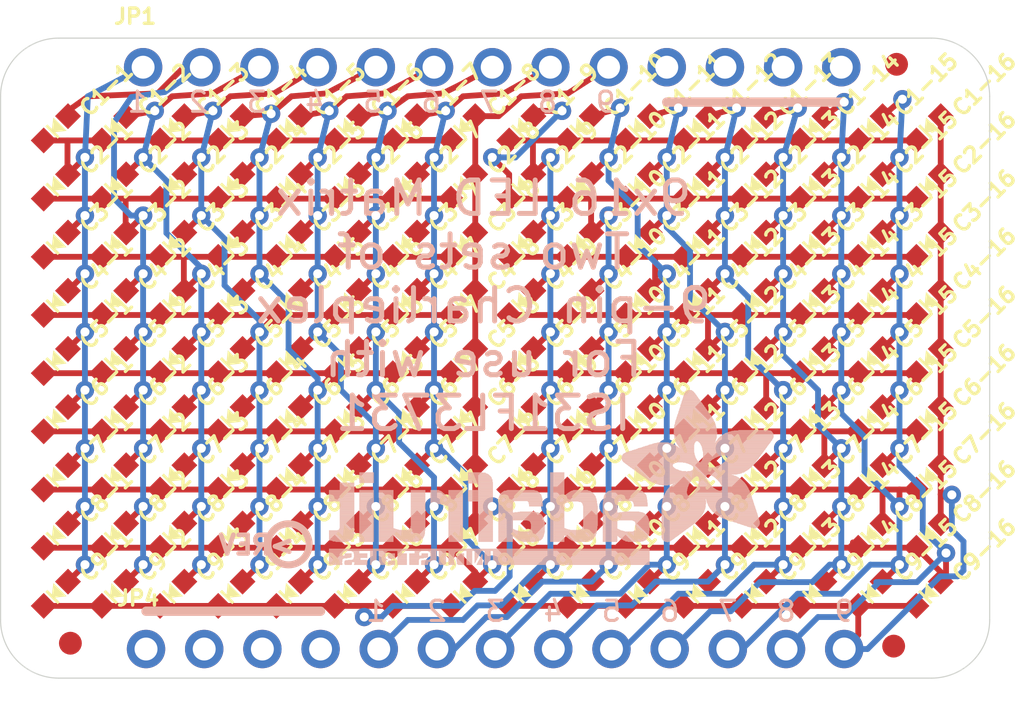
<source format=kicad_pcb>
(kicad_pcb (version 20211014) (generator pcbnew)
  (layers (0 "F.Cu" signal) (31 "B.Cu" signal) (34 "B.Paste" user) (35 "F.Paste" user) (36 "B.SilkS" user "B.Silkscreen") (37 "F.SilkS" user "F.Silkscreen") (38 "B.Mask" user) (39 "F.Mask" user) (44 "Edge.Cuts" user))
  (net 0 "")
  (net 1 "CA1")
  (net 2 "CA2")
  (net 3 "CA3")
  (net 4 "CA4")
  (net 5 "CA5")
  (net 6 "CA6")
  (net 7 "CA7")
  (net 8 "CA8")
  (net 9 "CA9")
  (net 10 "CB2")
  (net 11 "CB3")
  (net 12 "CB4")
  (net 13 "CB5")
  (net 14 "CB6")
  (net 15 "CB7")
  (net 16 "CB8")
  (net 17 "CB9")
  (net 18 "CB1")
  (footprint "boardEagle:CHIPLED_0603_NOOUTLINE" (layer "F.Cu") (at 144.5641 105.1306 135)
    (fp_text reference "C5-7")
    (fp_text value "")
  )
  (footprint "boardEagle:CHIPLED_0603_NOOUTLINE" (layer "F.Cu") (at 139.4841 112.7506 135)
    (fp_text reference "C8-5")
    (fp_text value "")
  )
  (footprint "boardEagle:CHIPLED_0603_NOOUTLINE" (layer "F.Cu") (at 131.8641 94.9706 135)
    (fp_text reference "C1-2")
    (fp_text value "")
  )
  (footprint "boardEagle:CHIPLED_0603_NOOUTLINE" (layer "F.Cu") (at 142.0241 110.2106 135)
    (fp_text reference "C7-6")
    (fp_text value "")
  )
  (footprint "boardEagle:CHIPLED_0603_NOOUTLINE" (layer "F.Cu") (at 164.8841 105.1306 135)
    (fp_text reference "C5-15")
    (fp_text value "")
  )
  (footprint "boardEagle:CHIPLED_0603_NOOUTLINE" (layer "F.Cu") (at 152.1841 107.6706 135)
    (fp_text reference "C6-10")
    (fp_text value "")
  )
  (footprint "boardEagle:CHIPLED_0603_NOOUTLINE" (layer "F.Cu") (at 157.2641 105.1306 135)
    (fp_text reference "C5-12")
    (fp_text value "")
  )
  (footprint "boardEagle:CHIPLED_0603_NOOUTLINE" (layer "F.Cu") (at 129.3241 105.1306 135)
    (fp_text reference "C5-1")
    (fp_text value "")
  )
  (footprint "boardEagle:FIDUCIAL_1MM" (layer "F.Cu") (at 166.0271 92.1766)
    (fp_text reference "FID1" hide)
    (fp_text value "FIDUCIAL\"\"" hide)
  )
  (footprint "boardEagle:CHIPLED_0603_NOOUTLINE" (layer "F.Cu") (at 152.1841 105.1306 135)
    (fp_text reference "C5-10")
    (fp_text value "")
  )
  (footprint "boardEagle:CHIPLED_0603_NOOUTLINE" (layer "F.Cu") (at 152.1841 110.2106 135)
    (fp_text reference "C7-10")
    (fp_text value "")
  )
  (footprint "boardEagle:CHIPLED_0603_NOOUTLINE" (layer "F.Cu") (at 149.6441 110.2106 135)
    (fp_text reference "C7-9")
    (fp_text value "")
  )
  (footprint "boardEagle:1X13_ROUND_70" (layer "F.Cu") (at 148.5011 117.7036)
    (fp_text reference "JP4")
    (fp_text value "")
  )
  (footprint "boardEagle:CHIPLED_0603_NOOUTLINE" (layer "F.Cu") (at 159.8041 100.0506 135)
    (fp_text reference "C3-13")
    (fp_text value "")
  )
  (footprint "boardEagle:CHIPLED_0603_NOOUTLINE" (layer "F.Cu") (at 167.4241 115.2906 135)
    (fp_text reference "C9-16")
    (fp_text value "")
  )
  (footprint "boardEagle:CHIPLED_0603_NOOUTLINE" (layer "F.Cu") (at 147.1041 105.1306 135)
    (fp_text reference "C5-8")
    (fp_text value "")
  )
  (footprint "boardEagle:CHIPLED_0603_NOOUTLINE" (layer "F.Cu") (at 134.4041 100.0506 135)
    (fp_text reference "C3-3")
    (fp_text value "")
  )
  (footprint "boardEagle:1X13_ROUND_70" (layer "F.Cu") (at 148.3741 92.3036)
    (fp_text reference "JP1")
    (fp_text value "")
  )
  (footprint "boardEagle:CHIPLED_0603_NOOUTLINE" (layer "F.Cu") (at 142.0241 112.7506 135)
    (fp_text reference "C8-6")
    (fp_text value "")
  )
  (footprint "boardEagle:CHIPLED_0603_NOOUTLINE" (layer "F.Cu") (at 144.5641 110.2106 135)
    (fp_text reference "C7-7")
    (fp_text value "")
  )
  (footprint "boardEagle:CHIPLED_0603_NOOUTLINE" (layer "F.Cu") (at 167.4241 100.0506 135)
    (fp_text reference "C3-16")
    (fp_text value "")
  )
  (footprint "boardEagle:CHIPLED_0603_NOOUTLINE" (layer "F.Cu") (at 142.0241 100.0506 135)
    (fp_text reference "C3-6")
    (fp_text value "")
  )
  (footprint "boardEagle:CHIPLED_0603_NOOUTLINE" (layer "F.Cu") (at 162.3441 97.5106 135)
    (fp_text reference "C2-14")
    (fp_text value "")
  )
  (footprint "boardEagle:CHIPLED_0603_NOOUTLINE" (layer "F.Cu") (at 162.3441 102.5906 135)
    (fp_text reference "C4-14")
    (fp_text value "")
  )
  (footprint "boardEagle:CHIPLED_0603_NOOUTLINE" (layer "F.Cu") (at 144.5641 102.5906 135)
    (fp_text reference "C4-7")
    (fp_text value "")
  )
  (footprint "boardEagle:CHIPLED_0603_NOOUTLINE" (layer "F.Cu") (at 167.4241 110.2106 135)
    (fp_text reference "C7-16")
    (fp_text value "")
  )
  (footprint "boardEagle:CHIPLED_0603_NOOUTLINE" (layer "F.Cu") (at 157.2641 94.9706 135)
    (fp_text reference "C1-12")
    (fp_text value "")
  )
  (footprint "boardEagle:CHIPLED_0603_NOOUTLINE" (layer "F.Cu") (at 136.9441 105.1306 135)
    (fp_text reference "C5-4")
    (fp_text value "")
  )
  (footprint "boardEagle:CHIPLED_0603_NOOUTLINE" (layer "F.Cu") (at 142.0241 105.1306 135)
    (fp_text reference "C5-6")
    (fp_text value "")
  )
  (footprint "boardEagle:CHIPLED_0603_NOOUTLINE" (layer "F.Cu") (at 164.8841 102.5906 135)
    (fp_text reference "C4-15")
    (fp_text value "")
  )
  (footprint "boardEagle:CHIPLED_0603_NOOUTLINE" (layer "F.Cu") (at 164.8841 110.2106 135)
    (fp_text reference "C7-15")
    (fp_text value "")
  )
  (footprint "boardEagle:CHIPLED_0603_NOOUTLINE" (layer "F.Cu") (at 149.6441 112.7506 135)
    (fp_text reference "C8-9")
    (fp_text value "")
  )
  (footprint "boardEagle:CHIPLED_0603_NOOUTLINE" (layer "F.Cu") (at 129.3241 112.7506 135)
    (fp_text reference "C8-1")
    (fp_text value "")
  )
  (footprint "boardEagle:CHIPLED_0603_NOOUTLINE" (layer "F.Cu") (at 157.2641 107.6706 135)
    (fp_text reference "C6-12")
    (fp_text value "")
  )
  (footprint "boardEagle:CHIPLED_0603_NOOUTLINE" (layer "F.Cu") (at 162.3441 94.9706 135)
    (fp_text reference "C1-14")
    (fp_text value "")
  )
  (footprint "boardEagle:CHIPLED_0603_NOOUTLINE" (layer "F.Cu") (at 167.4241 112.7506 135)
    (fp_text reference "C8-16")
    (fp_text value "")
  )
  (footprint "boardEagle:CHIPLED_0603_NOOUTLINE" (layer "F.Cu") (at 159.8041 97.5106 135)
    (fp_text reference "C2-13")
    (fp_text value "")
  )
  (footprint "boardEagle:CHIPLED_0603_NOOUTLINE" (layer "F.Cu") (at 139.4841 110.2106 135)
    (fp_text reference "C7-5")
    (fp_text value "")
  )
  (footprint "boardEagle:CHIPLED_0603_NOOUTLINE" (layer "F.Cu") (at 167.4241 94.9706 135)
    (fp_text reference "C1-16")
    (fp_text value "")
  )
  (footprint "boardEagle:CHIPLED_0603_NOOUTLINE" (layer "F.Cu") (at 164.8841 100.0506 135)
    (fp_text reference "C3-15")
    (fp_text value "")
  )
  (footprint "boardEagle:CHIPLED_0603_NOOUTLINE" (layer "F.Cu") (at 154.7241 112.7506 135)
    (fp_text reference "C8-11")
    (fp_text value "")
  )
  (footprint "boardEagle:CHIPLED_0603_NOOUTLINE" (layer "F.Cu") (at 159.8041 105.1306 135)
    (fp_text reference "C5-13")
    (fp_text value "")
  )
  (footprint "boardEagle:CHIPLED_0603_NOOUTLINE" (layer "F.Cu") (at 152.1841 94.9706 135)
    (fp_text reference "C1-10")
    (fp_text value "")
  )
  (footprint "boardEagle:CHIPLED_0603_NOOUTLINE" (layer "F.Cu") (at 154.7241 105.1306 135)
    (fp_text reference "C5-11")
    (fp_text value "")
  )
  (footprint "boardEagle:CHIPLED_0603_NOOUTLINE" (layer "F.Cu") (at 154.7241 97.5106 135)
    (fp_text reference "C2-11")
    (fp_text value "")
  )
  (footprint "boardEagle:CHIPLED_0603_NOOUTLINE" (layer "F.Cu") (at 157.2641 112.7506 135)
    (fp_text reference "C8-12")
    (fp_text value "")
  )
  (footprint "boardEagle:CHIPLED_0603_NOOUTLINE" (layer "F.Cu") (at 154.7241 110.2106 135)
    (fp_text reference "C7-11")
    (fp_text value "")
  )
  (footprint "boardEagle:CHIPLED_0603_NOOUTLINE" (layer "F.Cu") (at 159.8041 112.7506 135)
    (fp_text reference "C8-13")
    (fp_text value "")
  )
  (footprint "boardEagle:CHIPLED_0603_NOOUTLINE" (layer "F.Cu") (at 149.6441 105.1306 135)
    (fp_text reference "C5-9")
    (fp_text value "")
  )
  (footprint "boardEagle:CHIPLED_0603_NOOUTLINE" (layer "F.Cu") (at 142.0241 97.5106 135)
    (fp_text reference "C2-6")
    (fp_text value "")
  )
  (footprint "boardEagle:CHIPLED_0603_NOOUTLINE" (layer "F.Cu") (at 144.5641 94.9706 135)
    (fp_text reference "C1-7")
    (fp_text value "")
  )
  (footprint "boardEagle:CHIPLED_0603_NOOUTLINE" (layer "F.Cu") (at 139.4841 100.0506 135)
    (fp_text reference "C3-5")
    (fp_text value "")
  )
  (footprint "boardEagle:CHIPLED_0603_NOOUTLINE" (layer "F.Cu") (at 134.4041 115.2906 135)
    (fp_text reference "C9-3")
    (fp_text value "")
  )
  (footprint "boardEagle:CHIPLED_0603_NOOUTLINE" (layer "F.Cu") (at 136.9441 100.0506 135)
    (fp_text reference "C3-4")
    (fp_text value "")
  )
  (footprint "boardEagle:CHIPLED_0603_NOOUTLINE" (layer "F.Cu") (at 152.1841 100.0506 135)
    (fp_text reference "C3-10")
    (fp_text value "")
  )
  (footprint "boardEagle:CHIPLED_0603_NOOUTLINE" (layer "F.Cu") (at 144.5641 115.2906 135)
    (fp_text reference "C9-7")
    (fp_text value "")
  )
  (footprint "boardEagle:CHIPLED_0603_NOOUTLINE" (layer "F.Cu") (at 131.8641 100.0506 135)
    (fp_text reference "C3-2")
    (fp_text value "")
  )
  (footprint "boardEagle:CHIPLED_0603_NOOUTLINE" (layer "F.Cu") (at 136.9441 97.5106 135)
    (fp_text reference "C2-4")
    (fp_text value "")
  )
  (footprint "boardEagle:CHIPLED_0603_NOOUTLINE" (layer "F.Cu") (at 144.5641 100.0506 135)
    (fp_text reference "C3-7")
    (fp_text value "")
  )
  (footprint "" (layer "F.Cu") (at 128.8161 92.9386)
    (fp_text reference "@HOLE0" hide)
    (fp_text value "")
  )
  (footprint "boardEagle:CHIPLED_0603_NOOUTLINE" (layer "F.Cu") (at 157.2641 102.5906 135)
    (fp_text reference "C4-12")
    (fp_text value "")
  )
  (footprint "boardEagle:CHIPLED_0603_NOOUTLINE" (layer "F.Cu") (at 162.3441 107.6706 135)
    (fp_text reference "C6-14")
    (fp_text value "")
  )
  (footprint "boardEagle:CHIPLED_0603_NOOUTLINE" (layer "F.Cu") (at 164.8841 115.2906 135)
    (fp_text reference "C9-15")
    (fp_text value "")
  )
  (footprint "boardEagle:CHIPLED_0603_NOOUTLINE" (layer "F.Cu") (at 131.8641 97.5106 135)
    (fp_text reference "C2-2")
    (fp_text value "")
  )
  (footprint "boardEagle:CHIPLED_0603_NOOUTLINE" (layer "F.Cu") (at 139.4841 102.5906 135)
    (fp_text reference "C4-5")
    (fp_text value "")
  )
  (footprint "boardEagle:CHIPLED_0603_NOOUTLINE" (layer "F.Cu") (at 167.4241 105.1306 135)
    (fp_text reference "C5-16")
    (fp_text value "")
  )
  (footprint "boardEagle:CHIPLED_0603_NOOUTLINE" (layer "F.Cu") (at 144.5641 112.7506 135)
    (fp_text reference "C8-7")
    (fp_text value "")
  )
  (footprint "boardEagle:CHIPLED_0603_NOOUTLINE" (layer "F.Cu") (at 149.6441 102.5906 135)
    (fp_text reference "C4-9")
    (fp_text value "")
  )
  (footprint "boardEagle:CHIPLED_0603_NOOUTLINE" (layer "F.Cu") (at 159.8041 115.2906 135)
    (fp_text reference "C9-13")
    (fp_text value "")
  )
  (footprint "boardEagle:CHIPLED_0603_NOOUTLINE" (layer "F.Cu") (at 142.0241 94.9706 135)
    (fp_text reference "C1-6")
    (fp_text value "")
  )
  (footprint "boardEagle:CHIPLED_0603_NOOUTLINE" (layer "F.Cu") (at 162.3441 110.2106 135)
    (fp_text reference "C7-14")
    (fp_text value "")
  )
  (footprint "" (layer "F.Cu") (at 168.1861 117.0686)
    (fp_text reference "@HOLE1" hide)
    (fp_text value "")
  )
  (footprint "boardEagle:CHIPLED_0603_NOOUTLINE" (layer "F.Cu") (at 162.3441 105.1306 135)
    (fp_text reference "C5-14")
    (fp_text value "")
  )
  (footprint "boardEagle:CHIPLED_0603_NOOUTLINE" (layer "F.Cu") (at 136.9441 115.2906 135)
    (fp_text reference "C9-4")
    (fp_text value "")
  )
  (footprint "boardEagle:CHIPLED_0603_NOOUTLINE" (layer "F.Cu") (at 139.4841 105.1306 135)
    (fp_text reference "C5-5")
    (fp_text value "")
  )
  (footprint "boardEagle:CHIPLED_0603_NOOUTLINE" (layer "F.Cu") (at 129.3241 100.0506 135)
    (fp_text reference "C3-1")
    (fp_text value "")
  )
  (footprint "boardEagle:CHIPLED_0603_NOOUTLINE" (layer "F.Cu") (at 159.8041 107.6706 135)
    (fp_text reference "C6-13")
    (fp_text value "")
  )
  (footprint "boardEagle:CHIPLED_0603_NOOUTLINE" (layer "F.Cu") (at 147.1041 94.9706 135)
    (fp_text reference "C1-8")
    (fp_text value "")
  )
  (footprint "boardEagle:CHIPLED_0603_NOOUTLINE" (layer "F.Cu") (at 159.8041 94.9706 135)
    (fp_text reference "C1-13")
    (fp_text value "")
  )
  (footprint "boardEagle:CHIPLED_0603_NOOUTLINE" (layer "F.Cu") (at 129.3241 97.5106 135)
    (fp_text reference "C2-1")
    (fp_text value "")
  )
  (footprint "boardEagle:CHIPLED_0603_NOOUTLINE" (layer "F.Cu") (at 147.1041 107.6706 135)
    (fp_text reference "C6-8")
    (fp_text value "")
  )
  (footprint "boardEagle:CHIPLED_0603_NOOUTLINE" (layer "F.Cu") (at 129.3241 102.5906 135)
    (fp_text reference "C4-1")
    (fp_text value "")
  )
  (footprint "boardEagle:CHIPLED_0603_NOOUTLINE" (layer "F.Cu") (at 159.8041 102.5906 135)
    (fp_text reference "C4-13")
    (fp_text value "")
  )
  (footprint "boardEagle:CHIPLED_0603_NOOUTLINE" (layer "F.Cu") (at 131.8641 115.2906 135)
    (fp_text reference "C9-2")
    (fp_text value "")
  )
  (footprint "boardEagle:CHIPLED_0603_NOOUTLINE" (layer "F.Cu") (at 162.3441 115.2906 135)
    (fp_text reference "C9-14")
    (fp_text value "")
  )
  (footprint "boardEagle:CHIPLED_0603_NOOUTLINE" (layer "F.Cu") (at 147.1041 112.7506 135)
    (fp_text reference "C8-8")
    (fp_text value "")
  )
  (footprint "boardEagle:CHIPLED_0603_NOOUTLINE" (layer "F.Cu") (at 152.1841 112.7506 135)
    (fp_text reference "C8-10")
    (fp_text value "")
  )
  (footprint "boardEagle:CHIPLED_0603_NOOUTLINE" (layer "F.Cu") (at 139.4841 97.5106 135)
    (fp_text reference "C2-5")
    (fp_text value "")
  )
  (footprint "boardEagle:CHIPLED_0603_NOOUTLINE" (layer "F.Cu") (at 144.5641 107.6706 135)
    (fp_text reference "C6-7")
    (fp_text value "")
  )
  (footprint "boardEagle:CHIPLED_0603_NOOUTLINE" (layer "F.Cu") (at 157.2641 110.2106 135)
    (fp_text reference "C7-12")
    (fp_text value "")
  )
  (footprint "boardEagle:CHIPLED_0603_NOOUTLINE" (layer "F.Cu") (at 129.3241 107.6706 135)
    (fp_text reference "C6-1")
    (fp_text value "")
  )
  (footprint "boardEagle:CHIPLED_0603_NOOUTLINE" (layer "F.Cu") (at 131.8641 107.6706 135)
    (fp_text reference "C6-2")
    (fp_text value "")
  )
  (footprint "boardEagle:CHIPLED_0603_NOOUTLINE" (layer "F.Cu") (at 149.6441 100.0506 135)
    (fp_text reference "C3-9")
    (fp_text value "")
  )
  (footprint "boardEagle:CHIPLED_0603_NOOUTLINE" (layer "F.Cu") (at 154.7241 100.0506 135)
    (fp_text reference "C3-11")
    (fp_text value "")
  )
  (footprint "boardEagle:CHIPLED_0603_NOOUTLINE" (layer "F.Cu") (at 142.0241 102.5906 135)
    (fp_text reference "C4-6")
    (fp_text value "")
  )
  (footprint "boardEagle:CHIPLED_0603_NOOUTLINE" (layer "F.Cu") (at 136.9441 110.2106 135)
    (fp_text reference "C7-4")
    (fp_text value "")
  )
  (footprint "boardEagle:CHIPLED_0603_NOOUTLINE" (layer "F.Cu") (at 152.1841 97.5106 135)
    (fp_text reference "C2-10")
    (fp_text value "")
  )
  (footprint "boardEagle:CHIPLED_0603_NOOUTLINE" (layer "F.Cu") (at 167.4241 97.5106 135)
    (fp_text reference "C2-16")
    (fp_text value "")
  )
  (footprint "boardEagle:CHIPLED_0603_NOOUTLINE" (layer "F.Cu") (at 147.1041 102.5906 135)
    (fp_text reference "C4-8")
    (fp_text value "")
  )
  (footprint "boardEagle:CHIPLED_0603_NOOUTLINE" (layer "F.Cu") (at 164.8841 94.9706 135)
    (fp_text reference "C1-15")
    (fp_text value "")
  )
  (footprint "boardEagle:CHIPLED_0603_NOOUTLINE" (layer "F.Cu") (at 149.6441 107.6706 135)
    (fp_text reference "C6-9")
    (fp_text value "")
  )
  (footprint "boardEagle:CHIPLED_0603_NOOUTLINE" (layer "F.Cu") (at 134.4041 107.6706 135)
    (fp_text reference "C6-3")
    (fp_text value "")
  )
  (footprint "boardEagle:CHIPLED_0603_NOOUTLINE" (layer "F.Cu") (at 136.9441 94.9706 135)
    (fp_text reference "C1-4")
    (fp_text value "")
  )
  (footprint "boardEagle:CHIPLED_0603_NOOUTLINE" (layer "F.Cu") (at 164.8841 97.5106 135)
    (fp_text reference "C2-15")
    (fp_text value "")
  )
  (footprint "boardEagle:CHIPLED_0603_NOOUTLINE" (layer "F.Cu") (at 149.6441 97.5106 135)
    (fp_text reference "C2-9")
    (fp_text value "")
  )
  (footprint "boardEagle:CHIPLED_0603_NOOUTLINE" (layer "F.Cu") (at 149.6441 94.9706 135)
    (fp_text reference "C1-9")
    (fp_text value "")
  )
  (footprint "boardEagle:CHIPLED_0603_NOOUTLINE" (layer "F.Cu") (at 164.8841 107.6706 135)
    (fp_text reference "C6-15")
    (fp_text value "")
  )
  (footprint "boardEagle:CHIPLED_0603_NOOUTLINE" (layer "F.Cu") (at 134.4041 112.7506 135)
    (fp_text reference "C8-3")
    (fp_text value "")
  )
  (footprint "boardEagle:CHIPLED_0603_NOOUTLINE" (layer "F.Cu") (at 154.7241 102.5906 135)
    (fp_text reference "C4-11")
    (fp_text value "")
  )
  (footprint "boardEagle:CHIPLED_0603_NOOUTLINE" (layer "F.Cu") (at 129.3241 110.2106 135)
    (fp_text reference "C7-1")
    (fp_text value "")
  )
  (footprint "boardEagle:CHIPLED_0603_NOOUTLINE" (layer "F.Cu") (at 131.8641 105.1306 135)
    (fp_text reference "C5-2")
    (fp_text value "")
  )
  (footprint "boardEagle:CHIPLED_0603_NOOUTLINE" (layer "F.Cu") (at 154.7241 115.2906 135)
    (fp_text reference "C9-11")
    (fp_text value "")
  )
  (footprint "boardEagle:CHIPLED_0603_NOOUTLINE" (layer "F.Cu") (at 159.8041 110.2106 135)
    (fp_text reference "C7-13")
    (fp_text value "")
  )
  (footprint "boardEagle:CHIPLED_0603_NOOUTLINE" (layer "F.Cu") (at 152.1841 115.2906 135)
    (fp_text reference "C9-10")
    (fp_text value "")
  )
  (footprint "boardEagle:FIDUCIAL_1MM" (layer "F.Cu") (at 129.9591 117.4496)
    (fp_text reference "FID2" hide)
    (fp_text value "FIDUCIAL\"\"" hide)
  )
  (footprint "boardEagle:CHIPLED_0603_NOOUTLINE" (layer "F.Cu") (at 142.0241 107.6706 135)
    (fp_text reference "C6-6")
    (fp_text value "")
  )
  (footprint "boardEagle:CHIPLED_0603_NOOUTLINE" (layer "F.Cu") (at 162.3441 100.0506 135)
    (fp_text reference "C3-14")
    (fp_text value "")
  )
  (footprint "boardEagle:CHIPLED_0603_NOOUTLINE" (layer "F.Cu") (at 157.2641 100.0506 135)
    (fp_text reference "C3-12")
    (fp_text value "")
  )
  (footprint "boardEagle:CHIPLED_0603_NOOUTLINE" (layer "F.Cu") (at 149.6441 115.2906 135)
    (fp_text reference "C9-9")
    (fp_text value "")
  )
  (footprint "boardEagle:CHIPLED_0603_NOOUTLINE" (layer "F.Cu") (at 131.8641 110.2106 135)
    (fp_text reference "C7-2")
    (fp_text value "")
  )
  (footprint "boardEagle:CHIPLED_0603_NOOUTLINE" (layer "F.Cu") (at 147.1041 115.2906 135)
    (fp_text reference "C9-8")
    (fp_text value "")
  )
  (footprint "boardEagle:CHIPLED_0603_NOOUTLINE" (layer "F.Cu") (at 164.8841 112.7506 135)
    (fp_text reference "C8-15")
    (fp_text value "")
  )
  (footprint "boardEagle:CHIPLED_0603_NOOUTLINE" (layer "F.Cu") (at 162.3441 112.7506 135)
    (fp_text reference "C8-14")
    (fp_text value "")
  )
  (footprint "boardEagle:CHIPLED_0603_NOOUTLINE" (layer "F.Cu") (at 136.9441 112.7506 135)
    (fp_text reference "C8-4")
    (fp_text value "")
  )
  (footprint "boardEagle:CHIPLED_0603_NOOUTLINE" (layer "F.Cu") (at 157.2641 97.5106 135)
    (fp_text reference "C2-12")
    (fp_text value "")
  )
  (footprint "boardEagle:CHIPLED_0603_NOOUTLINE" (layer "F.Cu") (at 139.4841 115.2906 135)
    (fp_text reference "C9-5")
    (fp_text value "")
  )
  (footprint "boardEagle:CHIPLED_0603_NOOUTLINE" (layer "F.Cu") (at 136.9441 102.5906 135)
    (fp_text reference "C4-4")
    (fp_text value "")
  )
  (footprint "boardEagle:CHIPLED_0603_NOOUTLINE" (layer "F.Cu") (at 136.9441 107.6706 135)
    (fp_text reference "C6-4")
    (fp_text value "")
  )
  (footprint "boardEagle:CHIPLED_0603_NOOUTLINE" (layer "F.Cu") (at 167.4241 102.5906 135)
    (fp_text reference "C4-16")
    (fp_text value "")
  )
  (footprint "boardEagle:CHIPLED_0603_NOOUTLINE" (layer "F.Cu") (at 134.4041 94.9706 135)
    (fp_text reference "C1-3")
    (fp_text value "")
  )
  (footprint "boardEagle:CHIPLED_0603_NOOUTLINE" (layer "F.Cu") (at 129.3241 115.2906 135)
    (fp_text reference "C9-1")
    (fp_text value "")
  )
  (footprint "boardEagle:CHIPLED_0603_NOOUTLINE" (layer "F.Cu") (at 129.3241 94.9706 135)
    (fp_text reference "C1-1")
    (fp_text value "")
  )
  (footprint "boardEagle:CHIPLED_0603_NOOUTLINE" (layer "F.Cu") (at 144.5641 97.5106 135)
    (fp_text reference "C2-7")
    (fp_text value "")
  )
  (footprint "boardEagle:CHIPLED_0603_NOOUTLINE" (layer "F.Cu") (at 147.1041 100.0506 135)
    (fp_text reference "C3-8")
    (fp_text value "")
  )
  (footprint "boardEagle:CHIPLED_0603_NOOUTLINE" (layer "F.Cu") (at 142.0241 115.2906 135)
    (fp_text reference "C9-6")
    (fp_text value "")
  )
  (footprint "boardEagle:CHIPLED_0603_NOOUTLINE" (layer "F.Cu") (at 139.4841 94.9706 135)
    (fp_text reference "C1-5")
    (fp_text value "")
  )
  (footprint "boardEagle:CHIPLED_0603_NOOUTLINE" (layer "F.Cu") (at 152.1841 102.5906 135)
    (fp_text reference "C4-10")
    (fp_text value "")
  )
  (footprint "boardEagle:CHIPLED_0603_NOOUTLINE" (layer "F.Cu") (at 131.8641 112.7506 135)
    (fp_text reference "C8-2")
    (fp_text value "")
  )
  (footprint "boardEagle:CHIPLED_0603_NOOUTLINE" (layer "F.Cu") (at 134.4041 110.2106 135)
    (fp_text reference "C7-3")
    (fp_text value "")
  )
  (footprint "boardEagle:CHIPLED_0603_NOOUTLINE" (layer "F.Cu") (at 134.4041 102.5906 135)
    (fp_text reference "C4-3")
    (fp_text value "")
  )
  (footprint "boardEagle:CHIPLED_0603_NOOUTLINE" (layer "F.Cu") (at 131.8641 102.5906 135)
    (fp_text reference "C4-2")
    (fp_text value "")
  )
  (footprint "boardEagle:CHIPLED_0603_NOOUTLINE" (layer "F.Cu") (at 134.4041 97.5106 135)
    (fp_text reference "C2-3")
    (fp_text value "")
  )
  (footprint "boardEagle:FIDUCIAL_1MM" (layer "F.Cu") (at 165.9001 117.5766)
    (fp_text reference "FID3" hide)
    (fp_text value "FIDUCIAL\"\"" hide)
  )
  (footprint "boardEagle:CHIPLED_0603_NOOUTLINE" (layer "F.Cu") (at 154.7241 107.6706 135)
    (fp_text reference "C6-11")
    (fp_text value "")
  )
  (footprint "boardEagle:CHIPLED_0603_NOOUTLINE" (layer "F.Cu") (at 139.4841 107.6706 135)
    (fp_text reference "C6-5")
    (fp_text value "")
  )
  (footprint "boardEagle:CHIPLED_0603_NOOUTLINE" (layer "F.Cu") (at 167.4241 107.6706 135)
    (fp_text reference "C6-16")
    (fp_text value "")
  )
  (footprint "boardEagle:CHIPLED_0603_NOOUTLINE" (layer "F.Cu") (at 134.4041 105.1306 135)
    (fp_text reference "C5-3")
    (fp_text value "")
  )
  (footprint "boardEagle:CHIPLED_0603_NOOUTLINE" (layer "F.Cu") (at 157.2641 115.2906 135)
    (fp_text reference "C9-12")
    (fp_text value "")
  )
  (footprint "boardEagle:CHIPLED_0603_NOOUTLINE" (layer "F.Cu") (at 147.1041 97.5106 135)
    (fp_text reference "C2-8")
    (fp_text value "")
  )
  (footprint "boardEagle:CHIPLED_0603_NOOUTLINE" (layer "F.Cu") (at 154.7241 94.9706 135)
    (fp_text reference "C1-11")
    (fp_text value "")
  )
  (footprint "boardEagle:CHIPLED_0603_NOOUTLINE" (layer "F.Cu") (at 147.1041 110.2106 135)
    (fp_text reference "C7-8")
    (fp_text value "")
  )
  (footprint "boardEagle:PCBFEAT-REV-040" (layer "B.Cu") (at 139.4841 113.1316 180)
    (fp_text reference "U$1" hide)
    (fp_text value "" hide)
  )
  (footprint "boardEagle:ADAFRUIT_TEXT_20MM" (layer "B.Cu") (at 160.8201 114.0206 180)
    (fp_text reference "U$2" hide)
    (fp_text value "" hide)
  )
  (gr_line (start 140.8811 116.0526) (end 133.2611 116.0526) (layer "B.SilkS") (width 0.4064))
  (gr_line (start 163.6141 93.8276) (end 155.9941 93.8276) (layer "B.SilkS") (width 0.4064))
  (gr_line (start 126.9111 93.5736) (end 126.9111 116.4336) (layer "Edge.Cuts") (width 0.05))
  (gr_arc (start 129.4511 118.9736) (mid 127.655049 118.229651) (end 126.9111 116.4336) (layer "Edge.Cuts") (width 0.05))
  (gr_arc (start 126.9111 93.5736) (mid 127.655049 91.777549) (end 129.4511 91.0336) (layer "Edge.Cuts") (width 0.05))
  (gr_arc (start 167.5511 91.0336) (mid 169.347151 91.777549) (end 170.0911 93.5736) (layer "Edge.Cuts") (width 0.05))
  (gr_arc (start 170.0911 116.4336) (mid 169.347151 118.229651) (end 167.5511 118.9736) (layer "Edge.Cuts") (width 0.05))
  (gr_line (start 167.5511 91.0336) (end 129.4511 91.0336) (layer "Edge.Cuts") (width 0.05))
  (gr_line (start 129.4511 118.9736) (end 167.5511 118.9736) (layer "Edge.Cuts") (width 0.05))
  (gr_line (start 170.0911 116.4336) (end 170.0911 93.5736) (layer "Edge.Cuts") (width 0.05))
  (gr_text "2" (at 135.5471 93.8276) (layer "B.SilkS") (effects (font (size 0.88392 0.88392) (thickness 0.13208)) (justify mirror)))
  (gr_text "9x16 LED Matrix\nTwo sets of\n9-pin Charlieplex\nFor use with\nIS31FL3731" (at 147.9931 102.7176) (layer "B.SilkS") (effects (font (size 1.458468 1.458468) (thickness 0.217932)) (justify mirror)))
  (gr_text "3" (at 148.5011 116.0526) (layer "B.SilkS") (effects (font (size 0.88392 0.88392) (thickness 0.13208)) (justify mirror)))
  (gr_text "9" (at 153.3271 93.8276) (layer "B.SilkS") (effects (font (size 0.88392 0.88392) (thickness 0.13208)) (justify mirror)))
  (gr_text "7" (at 148.2471 93.8276) (layer "B.SilkS") (effects (font (size 0.88392 0.88392) (thickness 0.13208)) (justify mirror)))
  (gr_text "4" (at 151.0411 116.0526) (layer "B.SilkS") (effects (font (size 0.88392 0.88392) (thickness 0.13208)) (justify mirror)))
  (gr_text "8" (at 150.7871 93.8276) (layer "B.SilkS") (effects (font (size 0.88392 0.88392) (thickness 0.13208)) (justify mirror)))
  (gr_text "6" (at 156.1211 116.0526) (layer "B.SilkS") (effects (font (size 0.88392 0.88392) (thickness 0.13208)) (justify mirror)))
  (gr_text "1" (at 132.8801 93.8276) (layer "B.SilkS") (effects (font (size 0.88392 0.88392) (thickness 0.13208)) (justify mirror)))
  (gr_text "5" (at 143.1671 93.8276) (layer "B.SilkS") (effects (font (size 0.88392 0.88392) (thickness 0.13208)) (justify mirror)))
  (gr_text "7" (at 158.6611 116.0526) (layer "B.SilkS") (effects (font (size 0.88392 0.88392) (thickness 0.13208)) (justify mirror)))
  (gr_text "3" (at 138.0871 93.8276) (layer "B.SilkS") (effects (font (size 0.88392 0.88392) (thickness 0.13208)) (justify mirror)))
  (gr_text "1" (at 143.2941 116.0526) (layer "B.SilkS") (effects (font (size 0.88392 0.88392) (thickness 0.13208)) (justify mirror)))
  (gr_text "4" (at 140.6271 93.8276) (layer "B.SilkS") (effects (font (size 0.88392 0.88392) (thickness 0.13208)) (justify mirror)))
  (gr_text "5" (at 153.5811 116.0526) (layer "B.SilkS") (effects (font (size 0.88392 0.88392) (thickness 0.13208)) (justify mirror)))
  (gr_text "6" (at 145.7071 93.8276) (layer "B.SilkS") (effects (font (size 0.88392 0.88392) (thickness 0.13208)) (justify mirror)))
  (gr_text "2" (at 145.9611 116.0526) (layer "B.SilkS") (effects (font (size 0.88392 0.88392) (thickness 0.13208)) (justify mirror)))
  (gr_text "8" (at 161.2011 116.0526) (layer "B.SilkS") (effects (font (size 0.88392 0.88392) (thickness 0.13208)) (justify mirror)))
  (gr_text "9" (at 163.7411 116.0526) (layer "B.SilkS") (effects (font (size 0.88392 0.88392) (thickness 0.13208)) (justify mirror)))
  (segment (start 129.854428 96.980272) (end 130.5941 96.2406) (width 0.254) (layer "F.Cu") (net 1))
  (segment (start 129.854428 109.680272) (end 130.5941 108.9406) (width 0.254) (layer "F.Cu") (net 1))
  (segment (start 136.413768 95.500932) (end 138.953768 95.500932) (width 0.254) (layer "F.Cu") (net 1))
  (segment (start 146.5961 95.4786) (end 144.0561 95.4786) (width 0.254) (layer "F.Cu") (net 1))
  (segment (start 129.854428 102.060272) (end 130.5941 101.3206) (width 0.254) (layer "F.Cu") (net 1))
  (segment (start 131.333768 95.500932) (end 133.873768 95.500932) (width 0.254) (layer "F.Cu") (net 1))
  (segment (start 129.854428 104.600272) (end 130.5941 103.8606) (width 0.254) (layer "F.Cu") (net 1))
  (segment (start 146.573768 95.500932) (end 146.5961 95.4786) (width 0.254) (layer "F.Cu") (net 1))
  (segment (start 129.854428 96.980272) (end 129.8321 96.957944) (width 0.254) (layer "F.Cu") (net 1))
  (segment (start 138.953768 95.500932) (end 141.493768 95.500932) (width 0.254) (layer "F.Cu") (net 1))
  (segment (start 129.8321 96.957944) (end 129.8321 95.500932) (width 0.254) (layer "F.Cu") (net 1))
  (segment (start 129.854428 99.520272) (end 130.5941 98.7806) (width 0.254) (layer "F.Cu") (net 1))
  (segment (start 129.854428 114.760272) (end 130.5941 114.0206) (width 0.254) (layer "F.Cu") (net 1))
  (segment (start 129.8321 95.500932) (end 131.333768 95.500932) (width 0.254) (layer "F.Cu") (net 1))
  (segment (start 130.5941 111.4806) (end 129.854428 112.220272) (width 0.254) (layer "F.Cu") (net 1))
  (segment (start 144.033768 95.500932) (end 146.573768 95.500932) (width 0.254) (layer "F.Cu") (net 1))
  (segment (start 128.793768 95.500932) (end 129.8321 95.500932) (width 0.254) (layer "F.Cu") (net 1))
  (segment (start 141.493768 95.500932) (end 144.033768 95.500932) (width 0.254) (layer "F.Cu") (net 1))
  (segment (start 129.854428 107.140272) (end 130.5941 106.4006) (width 0.254) (layer "F.Cu") (net 1))
  (segment (start 133.873768 95.500932) (end 136.413768 95.500932) (width 0.254) (layer "F.Cu") (net 1))
  (segment (start 144.0561 95.4786) (end 144.033768 95.500932) (width 0.254) (layer "F.Cu") (net 1))
  (via (at 130.5941 98.7806) (size 0.8001) (drill 0.3937) (layers "F.Cu" "B.Cu") (net 1))
  (via (at 130.5941 114.0206) (size 0.8001) (drill 0.3937) (layers "F.Cu" "B.Cu") (net 1))
  (via (at 130.5941 96.2406) (size 0.8001) (drill 0.3937) (layers "F.Cu" "B.Cu") (net 1))
  (via (at 130.5941 101.3206) (size 0.8001) (drill 0.3937) (layers "F.Cu" "B.Cu") (net 1))
  (via (at 130.5941 108.9406) (size 0.8001) (drill 0.3937) (layers "F.Cu" "B.Cu") (net 1))
  (via (at 130.5941 103.8606) (size 0.8001) (drill 0.3937) (layers "F.Cu" "B.Cu") (net 1))
  (via (at 130.5941 106.4006) (size 0.8001) (drill 0.3937) (layers "F.Cu" "B.Cu") (net 1))
  (via (at 130.5941 111.4806) (size 0.8001) (drill 0.3937) (layers "F.Cu" "B.Cu") (net 1))
  (segment (start 130.5941 98.7806) (end 130.5941 101.3206) (width 0.254) (layer "B.Cu") (net 1))
  (segment (start 130.5941 101.3206) (end 130.5941 103.8606) (width 0.254) (layer "B.Cu") (net 1))
  (segment (start 130.5941 108.9406) (end 130.5941 111.4806) (width 0.254) (layer "B.Cu") (net 1))
  (segment (start 133.1341 92.3036) (end 130.7211 93.5736) (width 0.254) (layer "B.Cu") (net 1))
  (segment (start 130.5941 103.8606) (end 130.5941 106.4006) (width 0.254) (layer "B.Cu") (net 1))
  (segment (start 130.7211 93.5736) (end 130.5941 96.2406) (width 0.254) (layer "B.Cu") (net 1))
  (segment (start 130.5941 96.2406) (end 130.5941 98.7806) (width 0.254) (layer "B.Cu") (net 1))
  (segment (start 130.5941 114.0206) (end 130.5941 111.4806) (width 0.254) (layer "B.Cu") (net 1))
  (segment (start 130.5941 106.4006) (end 130.5941 108.9406) (width 0.254) (layer "B.Cu") (net 1))
  (segment (start 132.394428 99.520272) (end 132.3721 99.497944) (width 0.254) (layer "F.Cu") (net 2))
  (segment (start 131.333768 98.040932) (end 132.3721 98.040932) (width 0.254) (layer "F.Cu") (net 2))
  (segment (start 132.394428 107.140272) (end 133.1341 106.4006) (width 0.254) (layer "F.Cu") (net 2))
  (segment (start 138.953768 98.040932) (end 141.493768 98.040932) (width 0.254) (layer "F.Cu") (net 2))
  (segment (start 130.743428 93.5736) (end 133.7691 93.4466) (width 0.254) (layer "F.Cu") (net 2))
  (segment (start 132.3721 98.040932) (end 133.873768 98.040932) (width 0.254) (layer "F.Cu") (net 2))
  (segment (start 133.873768 98.040932) (end 136.413768 98.040932) (width 0.254) (layer "F.Cu") (net 2))
  (segment (start 133.1341 98.7806) (end 132.394428 99.520272) (width 0.254) (layer "F.Cu") (net 2))
  (segment (start 141.493768 98.040932) (end 144.033768 98.040932) (width 0.254) (layer "F.Cu") (net 2))
  (segment (start 129.854428 94.440272) (end 129.854428 94.2086) (width 0.254) (layer "F.Cu") (net 2))
  (segment (start 132.3721 99.497944) (end 132.3721 98.040932) (width 0.254) (layer "F.Cu") (net 2))
  (segment (start 128.793768 98.040932) (end 131.333768 98.040932) (width 0.254) (layer "F.Cu") (net 2))
  (segment (start 144.033768 98.040932) (end 146.573768 98.040932) (width 0.254) (layer "F.Cu") (net 2))
  (segment (start 132.394428 112.220272) (end 133.1341 111.4806) (width 0.254) (layer "F.Cu") (net 2))
  (segment (start 134.9121 92.3036) (end 135.6741 92.3036) (width 0.254) (layer "F.Cu") (net 2))
  (segment (start 136.413768 98.040932) (end 138.953768 98.040932) (width 0.254) (layer "F.Cu") (net 2))
  (segment (start 133.7691 93.4466) (end 134.9121 92.3036) (width 0.254) (layer "F.Cu") (net 2))
  (segment (start 132.394428 114.760272) (end 133.1341 114.0206) (width 0.254) (layer "F.Cu") (net 2))
  (segment (start 132.394428 109.680272) (end 133.1341 108.9406) (width 0.254) (layer "F.Cu") (net 2))
  (segment (start 132.394428 104.600272) (end 133.1341 103.8606) (width 0.254) (layer "F.Cu") (net 2))
  (segment (start 129.854428 94.2086) (end 130.743428 93.5736) (width 0.254) (layer "F.Cu") (net 2))
  (segment (start 132.394428 102.060272) (end 133.1341 101.3206) (width 0.254) (layer "F.Cu") (net 2))
  (via (at 133.1341 101.3206) (size 0.8001) (drill 0.3937) (layers "F.Cu" "B.Cu") (net 2))
  (via (at 133.1341 111.4806) (size 0.8001) (drill 0.3937) (layers "F.Cu" "B.Cu") (net 2))
  (via (at 133.1341 114.0206) (size 0.8001) (drill 0.3937) (layers "F.Cu" "B.Cu") (net 2))
  (via (at 133.1341 98.7806) (size 0.8001) (drill 0.3937) (layers "F.Cu" "B.Cu") (net 2))
  (via (at 133.1341 103.8606) (size 0.8001) (drill 0.3937) (layers "F.Cu" "B.Cu") (net 2))
  (via (at 133.1341 106.4006) (size 0.8001) (drill 0.3937) (layers "F.Cu" "B.Cu") (net 2))
  (via (at 133.1341 108.9406) (size 0.8001) (drill 0.3937) (layers "F.Cu" "B.Cu") (net 2))
  (segment (start 134.0866 93.3831) (end 135.6741 92.3036) (width 0.254) (layer "B.Cu") (net 2))
  (segment (start 133.1341 111.4806) (end 133.1341 108.9406) (width 0.254) (layer "B.Cu") (net 2))
  (segment (start 133.1341 108.9406) (end 133.1341 106.4006) (width 0.254) (layer "B.Cu") (net 2))
  (segment (start 132.603768 98.7806) (end 133.1341 98.7806) (width 0.254) (layer "B.Cu") (net 2))
  (segment (start 133.1341 103.8606) (end 133.1341 101.3206) (width 0.254) (layer "B.Cu") (net 2))
  (segment (start 131.8641 98.040932) (end 132.603768 98.7806) (width 0.254) (layer "B.Cu") (net 2))
  (segment (start 131.8641 94.7166) (end 132.617021 93.611297) (width 0.254) (layer "B.Cu") (net 2))
  (segment (start 133.1341 106.4006) (end 133.1341 103.8606) (width 0.254) (layer "B.Cu") (net 2))
  (segment (start 132.617021 93.611297) (end 134.0866 93.3831) (width 0.254) (layer "B.Cu") (net 2))
  (segment (start 133.1341 114.0206) (end 133.1341 111.4806) (width 0.254) (layer "B.Cu") (net 2))
  (segment (start 131.8641 94.7166) (end 131.8641 98.040932) (width 0.254) (layer "B.Cu") (net 2))
  (segment (start 133.1341 101.3206) (end 133.1341 98.7806) (width 0.254) (layer "B.Cu") (net 2))
  (segment (start 133.6421 94.2086) (end 134.4041 93.5736) (width 0.254) (layer "F.Cu") (net 3))
  (segment (start 132.394428 94.440272) (end 133.6421 94.2086) (width 0.254) (layer "F.Cu") (net 3))
  (segment (start 128.793768 100.580932) (end 131.333768 100.580932) (width 0.254) (layer "F.Cu") (net 3))
  (segment (start 134.9121 100.580932) (end 136.413768 100.580932) (width 0.254) (layer "F.Cu") (net 3))
  (segment (start 131.333768 100.580932) (end 133.873768 100.580932) (width 0.254) (layer "F.Cu") (net 3))
  (segment (start 138.953768 100.580932) (end 141.493768 100.580932) (width 0.254) (layer "F.Cu") (net 3))
  (segment (start 134.934428 104.600272) (end 135.6741 103.8606) (width 0.254) (layer "F.Cu") (net 3))
  (segment (start 134.934428 107.140272) (end 135.6741 106.4006) (width 0.254) (layer "F.Cu") (net 3))
  (segment (start 134.934428 114.760272) (end 135.6741 114.0206) (width 0.254) (layer "F.Cu") (net 3))
  (segment (start 134.934428 102.060272) (end 135.6741 101.3206) (width 0.254) (layer "F.Cu") (net 3))
  (segment (start 134.4041 93.5736) (end 136.1821 93.4466) (width 0.254) (layer "F.Cu") (net 3))
  (segment (start 134.934428 102.060272) (end 134.9121 102.037944) (width 0.254) (layer "F.Cu") (net 3))
  (segment (start 135.6741 111.4806) (end 134.934428 112.220272) (width 0.254) (layer "F.Cu") (net 3))
  (segment (start 133.1341 96.2406) (end 132.394428 96.980272) (width 0.254) (layer "F.Cu") (net 3))
  (segment (start 136.413768 100.580932) (end 138.953768 100.580932) (width 0.254) (layer "F.Cu") (net 3))
  (segment (start 133.873768 100.580932) (end 134.9121 100.580932) (width 0.254) (layer "F.Cu") (net 3))
  (segment (start 141.493768 100.580932) (end 144.033768 100.580932) (width 0.254) (layer "F.Cu") (net 3))
  (segment (start 136.1821 93.4466) (end 138.2141 92.3036) (width 0.254) (layer "F.Cu") (net 3))
  (segment (start 144.033768 100.580932) (end 146.573768 100.580932) (width 0.254) (layer "F.Cu") (net 3))
  (segment (start 134.934428 109.680272) (end 135.6741 108.9406) (width 0.254) (layer "F.Cu") (net 3))
  (segment (start 134.9121 102.037944) (end 134.9121 100.580932) (width 0.254) (layer "F.Cu") (net 3))
  (via (at 133.6421 94.2086) (size 0.8001) (drill 0.3937) (layers "F.Cu" "B.Cu") (net 3))
  (via (at 135.6741 108.9406) (size 0.8001) (drill 0.3937) (layers "F.Cu" "B.Cu") (net 3))
  (via (at 135.6741 106.4006) (size 0.8001) (drill 0.3937) (layers "F.Cu" "B.Cu") (net 3))
  (via (at 135.6741 111.4806) (size 0.8001) (drill 0.3937) (layers "F.Cu" "B.Cu") (net 3))
  (via (at 135.6741 103.8606) (size 0.8001) (drill 0.3937) (layers "F.Cu" "B.Cu") (net 3))
  (via (at 135.6741 101.3206) (size 0.8001) (drill 0.3937) (layers "F.Cu" "B.Cu") (net 3))
  (via (at 135.6741 114.0206) (size 0.8001) (drill 0.3937) (layers "F.Cu" "B.Cu") (net 3))
  (via (at 133.1341 96.2406) (size 0.8001) (drill 0.3937) (layers "F.Cu" "B.Cu") (net 3))
  (segment (start 135.6741 101.3206) (end 135.6741 103.8606) (width 0.254) (layer "B.Cu") (net 3))
  (segment (start 135.6741 114.0206) (end 135.6741 111.4806) (width 0.254) (layer "B.Cu") (net 3))
  (segment (start 134.1501 99.5426) (end 135.6741 101.0666) (width 0.254) (layer "B.Cu") (net 3))
  (segment (start 135.6741 108.9406) (end 135.6741 111.4806) (width 0.254) (layer "B.Cu") (net 3))
  (segment (start 135.6741 106.4006) (end 135.6741 108.9406) (width 0.254) (layer "B.Cu") (net 3))
  (segment (start 133.1341 96.2406) (end 134.1501 97.2566) (width 0.254) (layer "B.Cu") (net 3))
  (segment (start 133.6421 94.2086) (end 133.1341 96.2406) (width 0.254) (layer "B.Cu") (net 3))
  (segment (start 134.1501 97.2566) (end 134.1501 99.5426) (width 0.254) (layer "B.Cu") (net 3))
  (segment (start 135.6741 103.8606) (end 135.6741 106.4006) (width 0.254) (layer "B.Cu") (net 3))
  (segment (start 135.6741 101.0666) (end 135.6741 101.3206) (width 0.254) (layer "B.Cu") (net 3))
  (segment (start 136.413768 103.120932) (end 138.953768 103.120932) (width 0.254) (layer "F.Cu") (net 4))
  (segment (start 137.474428 107.140272) (end 138.2141 106.4006) (width 0.254) (layer "F.Cu") (net 4))
  (segment (start 135.6741 96.2406) (end 134.934428 96.980272) (width 0.254) (layer "F.Cu") (net 4))
  (segment (start 136.1821 94.2086) (end 136.9441 93.5736) (width 0.254) (layer "F.Cu") (net 4))
  (segment (start 128.793768 103.120932) (end 131.333768 103.120932) (width 0.254) (layer "F.Cu") (net 4))
  (segment (start 131.333768 103.120932) (end 133.873768 103.120932) (width 0.254) (layer "F.Cu") (net 4))
  (segment (start 133.873768 103.120932) (end 136.413768 103.120932) (width 0.254) (layer "F.Cu") (net 4))
  (segment (start 141.493768 103.120932) (end 144.033768 103.120932) (width 0.254) (layer "F.Cu") (net 4))
  (segment (start 134.934428 94.440272) (end 136.1821 94.2086) (width 0.254) (layer "F.Cu") (net 4))
  (segment (start 138.953768 103.120932) (end 141.493768 103.120932) (width 0.254) (layer "F.Cu") (net 4))
  (segment (start 138.2141 111.4806) (end 137.474428 112.220272) (width 0.254) (layer "F.Cu") (net 4))
  (segment (start 137.474428 114.760272) (end 138.2141 114.0206) (width 0.254) (layer "F.Cu") (net 4))
  (segment (start 136.9441 93.5736) (end 138.8491 93.4466) (width 0.254) (layer "F.Cu") (net 4))
  (segment (start 137.474428 104.600272) (end 138.2141 103.8606) (width 0.254) (layer "F.Cu") (net 4))
  (segment (start 138.8491 93.4466) (end 140.7541 92.3036) (width 0.254) (layer "F.Cu") (net 4))
  (segment (start 138.953768 103.120932) (end 138.2141 103.8606) (width 0.254) (layer "F.Cu") (net 4))
  (segment (start 137.474428 109.680272) (end 138.2141 108.9406) (width 0.254) (layer "F.Cu") (net 4))
  (segment (start 144.033768 103.120932) (end 146.573768 103.120932) (width 0.254) (layer "F.Cu") (net 4))
  (segment (start 134.934428 99.520272) (end 135.6741 98.7806) (width 0.254) (layer "F.Cu") (net 4))
  (via (at 138.2141 106.4006) (size 0.8001) (drill 0.3937) (layers "F.Cu" "B.Cu") (net 4))
  (via (at 136.1821 94.2086) (size 0.8001) (drill 0.3937) (layers "F.Cu" "B.Cu") (net 4))
  (via (at 138.2141 111.4806) (size 0.8001) (drill 0.3937) (layers "F.Cu" "B.Cu") (net 4))
  (via (at 138.2141 108.9406) (size 0.8001) (drill 0.3937) (layers "F.Cu" "B.Cu") (net 4))
  (via (at 138.2141 103.8606) (size 0.8001) (drill 0.3937) (layers "F.Cu" "B.Cu") (net 4))
  (via (at 135.6741 96.2406) (size 0.8001) (drill 0.3937) (layers "F.Cu" "B.Cu") (net 4))
  (via (at 138.2141 114.0206) (size 0.8001) (drill 0.3937) (layers "F.Cu" "B.Cu") (net 4))
  (via (at 135.6741 98.7806) (size 0.8001) (drill 0.3937) (layers "F.Cu" "B.Cu") (net 4))
  (segment (start 138.2141 106.4006) (end 138.2141 108.9406) (width 0.254) (layer "B.Cu") (net 4))
  (segment (start 136.6901 99.7966) (end 136.6901 101.8286) (width 0.254) (layer "B.Cu") (net 4))
  (segment (start 138.2141 114.0206) (end 138.2141 111.4806) (width 0.254) (layer "B.Cu") (net 4))
  (segment (start 138.2141 103.8606) (end 138.2141 106.4006) (width 0.254) (layer "B.Cu") (net 4))
  (segment (start 136.1821 94.2086) (end 135.6741 96.2406) (width 0.254) (layer "B.Cu") (net 4))
  (segment (start 138.2141 103.3526) (end 138.2141 103.8606) (width 0.254) (layer "B.Cu") (net 4))
  (segment (start 138.2141 108.9406) (end 138.2141 111.4806) (width 0.254) (layer "B.Cu") (net 4))
  (segment (start 135.6741 98.7806) (end 135.6741 96.2406) (width 0.254) (layer "B.Cu") (net 4))
  (segment (start 135.6741 98.7806) (end 136.6901 99.7966) (width 0.254) (layer "B.Cu") (net 4))
  (segment (start 136.6901 101.8286) (end 138.2141 103.3526) (width 0.254) (layer "B.Cu") (net 4))
  (segment (start 140.014428 114.760272) (end 140.7541 114.0206) (width 0.254) (layer "F.Cu") (net 5))
  (segment (start 140.7541 111.4806) (end 140.014428 112.220272) (width 0.254) (layer "F.Cu") (net 5))
  (segment (start 141.1351 93.4466) (end 143.2941 92.3036) (width 0.254) (layer "F.Cu") (net 5))
  (segment (start 137.474428 94.440272) (end 138.7221 94.3356) (width 0.254) (layer "F.Cu") (net 5))
  (segment (start 133.873768 105.660932) (end 131.333768 105.660932) (width 0.254) (layer "F.Cu") (net 5))
  (segment (start 146.573768 105.660932) (end 144.033768 105.660932) (width 0.254) (layer "F.Cu") (net 5))
  (segment (start 139.6111 93.5736) (end 141.1351 93.4466) (width 0.254) (layer "F.Cu") (net 5))
  (segment (start 140.014428 107.140272) (end 140.7541 106.4006) (width 0.254) (layer "F.Cu") (net 5))
  (segment (start 136.413768 105.660932) (end 133.873768 105.660932) (width 0.254) (layer "F.Cu") (net 5))
  (segment (start 144.033768 105.660932) (end 141.493768 105.660932) (width 0.254) (layer "F.Cu") (net 5))
  (segment (start 141.493768 105.660932) (end 140.7541 106.4006) (width 0.254) (layer "F.Cu") (net 5))
  (segment (start 140.014428 109.680272) (end 140.7541 108.9406) (width 0.254) (layer "F.Cu") (net 5))
  (segment (start 137.474428 96.980272) (end 138.2141 96.2406) (width 0.254) (layer "F.Cu") (net 5))
  (segment (start 131.333768 105.660932) (end 128.793768 105.660932) (width 0.254) (layer "F.Cu") (net 5))
  (segment (start 138.953768 105.660932) (end 136.413768 105.660932) (width 0.254) (layer "F.Cu") (net 5))
  (segment (start 137.474428 102.060272) (end 138.2141 101.3206) (width 0.254) (layer "F.Cu") (net 5))
  (segment (start 141.493768 105.660932) (end 138.953768 105.660932) (width 0.254) (layer "F.Cu") (net 5))
  (segment (start 138.7221 94.3356) (end 139.6111 93.5736) (width 0.254) (layer "F.Cu") (net 5))
  (segment (start 138.2141 98.7806) (end 137.474428 99.520272) (width 0.254) (layer "F.Cu") (net 5))
  (via (at 140.7541 114.0206) (size 0.8001) (drill 0.3937) (layers "F.Cu" "B.Cu") (net 5))
  (via (at 138.7221 94.3356) (size 0.8001) (drill 0.3937) (layers "F.Cu" "B.Cu") (net 5))
  (via (at 140.7541 108.9406) (size 0.8001) (drill 0.3937) (layers "F.Cu" "B.Cu") (net 5))
  (via (at 138.2141 98.7806) (size 0.8001) (drill 0.3937) (layers "F.Cu" "B.Cu") (net 5))
  (via (at 140.7541 106.4006) (size 0.8001) (drill 0.3937) (layers "F.Cu" "B.Cu") (net 5))
  (via (at 140.7541 111.4806) (size 0.8001) (drill 0.3937) (layers "F.Cu" "B.Cu") (net 5))
  (via (at 138.2141 101.3206) (size 0.8001) (drill 0.3937) (layers "F.Cu" "B.Cu") (net 5))
  (via (at 138.2141 96.2406) (size 0.8001) (drill 0.3937) (layers "F.Cu" "B.Cu") (net 5))
  (segment (start 139.4841 104.6226) (end 140.7541 105.8926) (width 0.254) (layer "B.Cu") (net 5))
  (segment (start 140.7541 108.9406) (end 140.7541 111.4806) (width 0.254) (layer "B.Cu") (net 5))
  (segment (start 140.7541 105.8926) (end 140.7541 106.4006) (width 0.254) (layer "B.Cu") (net 5))
  (segment (start 138.2141 96.2406) (end 138.2141 98.7806) (width 0.254) (layer "B.Cu") (net 5))
  (segment (start 140.7541 106.4006) (end 140.7541 108.9406) (width 0.254) (layer "B.Cu") (net 5))
  (segment (start 139.4841 102.5906) (end 139.4841 104.6226) (width 0.254) (layer "B.Cu") (net 5))
  (segment (start 138.2141 101.3206) (end 138.2141 98.7806) (width 0.254) (layer "B.Cu") (net 5))
  (segment (start 138.2141 101.3206) (end 139.4841 102.5906) (width 0.254) (layer "B.Cu") (net 5))
  (segment (start 140.7541 114.0206) (end 140.7541 111.4806) (width 0.254) (layer "B.Cu") (net 5))
  (segment (start 138.7221 94.3356) (end 138.2141 96.2406) (width 0.254) (layer "B.Cu") (net 5))
  (segment (start 128.793768 108.200932) (end 131.333768 108.200932) (width 0.254) (layer "F.Cu") (net 6))
  (segment (start 142.0241 93.5736) (end 143.6751 93.4466) (width 0.254) (layer "F.Cu") (net 6))
  (segment (start 131.333768 108.200932) (end 133.873768 108.200932) (width 0.254) (layer "F.Cu") (net 6))
  (segment (start 143.2941 111.4806) (end 142.554428 112.220272) (width 0.254) (layer "F.Cu") (net 6))
  (segment (start 144.033768 108.200932) (end 143.2941 108.9406) (width 0.254) (layer "F.Cu") (net 6))
  (segment (start 141.2621 94.2086) (end 142.0241 93.5736) (width 0.254) (layer "F.Cu") (net 6))
  (segment (start 140.014428 104.600272) (end 140.7541 103.8606) (width 0.254) (layer "F.Cu") (net 6))
  (segment (start 143.6751 93.4466) (end 145.8341 92.3036) (width 0.254) (layer "F.Cu") (net 6))
  (segment (start 136.413768 108.200932) (end 138.953768 108.200932) (width 0.254) (layer "F.Cu") (net 6))
  (segment (start 146.573768 108.200932) (end 144.033768 108.200932) (width 0.254) (layer "F.Cu") (net 6))
  (segment (start 140.014428 96.980272) (end 140.7541 96.2406) (width 0.254) (layer "F.Cu") (net 6))
  (segment (start 133.873768 108.200932) (end 136.413768 108.200932) (width 0.254) (layer "F.Cu") (net 6))
  (segment (start 138.953768 108.200932) (end 141.493768 108.200932) (width 0.254) (layer "F.Cu") (net 6))
  (segment (start 140.014428 99.520272) (end 140.7541 98.7806) (width 0.254) (layer "F.Cu") (net 6))
  (segment (start 142.554428 109.680272) (end 143.2941 108.9406) (width 0.254) (layer "F.Cu") (net 6))
  (segment (start 141.493768 108.200932) (end 144.033768 108.200932) (width 0.254) (layer "F.Cu") (net 6))
  (segment (start 140.014428 94.440272) (end 141.2621 94.2086) (width 0.254) (layer "F.Cu") (net 6))
  (segment (start 140.7541 101.3206) (end 140.014428 102.060272) (width 0.254) (layer "F.Cu") (net 6))
  (segment (start 142.554428 114.760272) (end 143.2941 114.0206) (width 0.254) (layer "F.Cu") (net 6))
  (via (at 143.2941 111.4806) (size 0.8001) (drill 0.3937) (layers "F.Cu" "B.Cu") (net 6))
  (via (at 140.7541 103.8606) (size 0.8001) (drill 0.3937) (layers "F.Cu" "B.Cu") (net 6))
  (via (at 140.7541 101.3206) (size 0.8001) (drill 0.3937) (layers "F.Cu" "B.Cu") (net 6))
  (via (at 141.2621 94.2086) (size 0.8001) (drill 0.3937) (layers "F.Cu" "B.Cu") (net 6))
  (via (at 143.2941 108.9406) (size 0.8001) (drill 0.3937) (layers "F.Cu" "B.Cu") (net 6))
  (via (at 140.7541 98.7806) (size 0.8001) (drill 0.3937) (layers "F.Cu" "B.Cu") (net 6))
  (via (at 143.2941 114.0206) (size 0.8001) (drill 0.3937) (layers "F.Cu" "B.Cu") (net 6))
  (via (at 140.7541 96.2406) (size 0.8001) (drill 0.3937) (layers "F.Cu" "B.Cu") (net 6))
  (segment (start 140.7541 96.2406) (end 140.7541 98.7806) (width 0.254) (layer "B.Cu") (net 6))
  (segment (start 143.2941 107.9246) (end 143.2941 108.9406) (width 0.254) (layer "B.Cu") (net 6))
  (segment (start 140.7541 103.8606) (end 140.7541 101.3206) (width 0.254) (layer "B.Cu") (net 6))
  (segment (start 141.7701 104.8766) (end 141.7701 106.4006) (width 0.254) (layer "B.Cu") (net 6))
  (segment (start 143.2941 114.0206) (end 143.2941 111.4806) (width 0.254) (layer "B.Cu") (net 6))
  (segment (start 141.7701 106.4006) (end 143.2941 107.9246) (width 0.254) (layer "B.Cu") (net 6))
  (segment (start 143.2941 108.9406) (end 143.2941 111.4806) (width 0.254) (layer "B.Cu") (net 6))
  (segment (start 140.7541 103.8606) (end 141.7701 104.8766) (width 0.254) (layer "B.Cu") (net 6))
  (segment (start 141.2621 94.2086) (end 140.7541 96.2406) (width 0.254) (layer "B.Cu") (net 6))
  (segment (start 140.7541 98.7806) (end 140.7541 101.3206) (width 0.254) (layer "B.Cu") (net 6))
  (segment (start 146.9771 93.0656) (end 148.3741 92.3036) (width 0.254) (layer "F.Cu") (net 7))
  (segment (start 141.493768 110.740932) (end 144.033768 110.740932) (width 0.254) (layer "F.Cu") (net 7))
  (segment (start 143.8021 94.2086) (end 144.6911 93.5736) (width 0.254) (layer "F.Cu") (net 7))
  (segment (start 144.033768 110.740932) (end 145.845681 110.740932) (width 0.254) (layer "F.Cu") (net 7))
  (segment (start 143.2941 96.2406) (end 142.554428 96.980272) (width 0.254) (layer "F.Cu") (net 7))
  (segment (start 145.8341 111.4806) (end 145.094428 112.220272) (width 0.254) (layer "F.Cu") (net 7))
  (segment (start 131.333768 110.740932) (end 133.873768 110.740932) (width 0.254) (layer "F.Cu") (net 7))
  (segment (start 142.554428 107.140272) (end 143.2941 106.4006) (width 0.254) (layer "F.Cu") (net 7))
  (segment (start 138.953768 110.740932) (end 141.493768 110.740932) (width 0.254) (layer "F.Cu") (net 7))
  (segment (start 145.845681 110.740932) (end 146.573768 110.740932) (width 0.254) (layer "F.Cu") (net 7))
  (segment (start 145.8341 110.752513) (end 145.8341 111.4806) (width 0.254) (layer "F.Cu") (net 7))
  (segment (start 142.554428 104.600272) (end 143.2941 103.8606) (width 0.254) (layer "F.Cu") (net 7))
  (segment (start 133.873768 110.740932) (end 136.413768 110.740932) (width 0.254) (layer "F.Cu") (net 7))
  (segment (start 128.793768 110.740932) (end 131.333768 110.740932) (width 0.254) (layer "F.Cu") (net 7))
  (segment (start 144.6911 93.5736) (end 146.2151 93.4466) (width 0.254) (layer "F.Cu") (net 7))
  (segment (start 142.554428 102.060272) (end 143.2941 101.3206) (width 0.254) (layer "F.Cu") (net 7))
  (segment (start 146.2151 93.4466) (end 146.9771 93.0656) (width 0.254) (layer "F.Cu") (net 7))
  (segment (start 145.845681 110.740932) (end 145.8341 110.752513) (width 0.254) (layer "F.Cu") (net 7))
  (segment (start 142.554428 94.440272) (end 143.8021 94.2086) (width 0.254) (layer "F.Cu") (net 7))
  (segment (start 136.413768 110.740932) (end 138.953768 110.740932) (width 0.254) (layer "F.Cu") (net 7))
  (segment (start 145.094428 114.760272) (end 145.8341 114.0206) (width 0.254) (layer "F.Cu") (net 7))
  (segment (start 142.554428 99.520272) (end 143.2941 98.7806) (width 0.254) (layer "F.Cu") (net 7))
  (via (at 143.8021 94.2086) (size 0.8001) (drill 0.3937) (layers "F.Cu" "B.Cu") (net 7))
  (via (at 143.2941 101.3206) (size 0.8001) (drill 0.3937) (layers "F.Cu" "B.Cu") (net 7))
  (via (at 143.2941 103.8606) (size 0.8001) (drill 0.3937) (layers "F.Cu" "B.Cu") (net 7))
  (via (at 145.8341 114.0206) (size 0.8001) (drill 0.3937) (layers "F.Cu" "B.Cu") (net 7))
  (via (at 143.2941 96.2406) (size 0.8001) (drill 0.3937) (layers "F.Cu" "B.Cu") (net 7))
  (via (at 145.8341 111.4806) (size 0.8001) (drill 0.3937) (layers "F.Cu" "B.Cu") (net 7))
  (via (at 143.2941 106.4006) (size 0.8001) (drill 0.3937) (layers "F.Cu" "B.Cu") (net 7))
  (via (at 143.2941 98.7806) (size 0.8001) (drill 0.3937) (layers "F.Cu" "B.Cu") (net 7))
  (segment (start 145.8341 110.2106) (end 145.8341 111.4806) (width 0.254) (layer "B.Cu") (net 7))
  (segment (start 143.2941 106.4006) (end 143.2941 103.8606) (width 0.254) (layer "B.Cu") (net 7))
  (segment (start 144.3101 107.4166) (end 144.3101 108.6866) (width 0.254) (layer "B.Cu") (net 7))
  (segment (start 143.2941 98.7806) (end 143.2941 96.2406) (width 0.254) (layer "B.Cu") (net 7))
  (segment (start 143.2941 103.8606) (end 143.2941 101.3206) (width 0.254) (layer "B.Cu") (net 7))
  (segment (start 145.8341 114.0206) (end 145.8341 111.4806) (width 0.254) (layer "B.Cu") (net 7))
  (segment (start 143.8021 94.2086) (end 143.2941 96.2406) (width 0.254) (layer "B.Cu") (net 7))
  (segment (start 144.3101 108.6866) (end 145.8341 110.2106) (width 0.254) (layer "B.Cu") (net 7))
  (segment (start 143.2941 101.3206) (end 143.2941 98.7806) (width 0.254) (layer "B.Cu") (net 7))
  (segment (start 143.2941 106.4006) (end 144.3101 107.4166) (width 0.254) (layer "B.Cu") (net 7))
  (segment (start 147.634428 114.760272) (end 148.3741 114.0206) (width 0.254) (layer "F.Cu") (net 8))
  (segment (start 145.094428 102.060272) (end 145.8341 101.3206) (width 0.254) (layer "F.Cu") (net 8))
  (segment (start 145.094428 96.980272) (end 145.8341 96.2406) (width 0.254) (layer "F.Cu") (net 8))
  (segment (start 145.094428 94.440272) (end 146.3421 94.2086) (width 0.254) (layer "F.Cu") (net 8))
  (segment (start 146.3421 94.2086) (end 147.1041 93.5736) (width 0.254) (layer "F.Cu") (net 8))
  (segment (start 145.094428 109.680272) (end 145.8341 108.9406) (width 0.254) (layer "F.Cu") (net 8))
  (segment (start 145.094428 104.600272) (end 145.8341 103.8606) (width 0.254) (layer "F.Cu") (net 8))
  (segment (start 131.333768 113.280932) (end 128.793768 113.280932) (width 0.254) (layer "F.Cu") (net 8))
  (segment (start 138.953768 113.280932) (end 136.413768 113.280932) (width 0.254) (layer "F.Cu") (net 8))
  (segment (start 147.1041 93.5736) (end 148.8821 93.4466) (width 0.254) (layer "F.Cu") (net 8))
  (segment (start 145.8341 106.4006) (end 145.094428 107.140272) (width 0.254) (layer "F.Cu") (net 8))
  (segment (start 133.873768 113.280932) (end 131.333768 113.280932) (width 0.254) (layer "F.Cu") (net 8))
  (segment (start 145.094428 99.520272) (end 145.8341 98.7806) (width 0.254) (layer "F.Cu") (net 8))
  (segment (start 148.8821 93.4466) (end 150.9141 92.3036) (width 0.254) (layer "F.Cu") (net 8))
  (segment (start 147.634428 114.341591) (end 147.634428 114.760272) (width 0.254) (layer "F.Cu") (net 8))
  (segment (start 146.573768 113.280932) (end 144.033768 113.280932) (width 0.254) (layer "F.Cu") (net 8))
  (segment (start 146.573768 113.280932) (end 147.634428 114.341591) (width 0.254) (layer "F.Cu") (net 8))
  (segment (start 141.493768 113.280932) (end 138.953768 113.280932) (width 0.254) (layer "F.Cu") (net 8))
  (segment (start 136.413768 113.280932) (end 133.873768 113.280932) (width 0.254) (layer "F.Cu") (net 8))
  (segment (start 144.033768 113.280932) (end 141.493768 113.280932) (width 0.254) (layer "F.Cu") (net 8))
  (via (at 145.8341 96.2406) (size 0.8001) (drill 0.3937) (layers "F.Cu" "B.Cu") (net 8))
  (via (at 145.8341 106.4006) (size 0.8001) (drill 0.3937) (layers "F.Cu" "B.Cu") (net 8))
  (via (at 145.8341 103.8606) (size 0.8001) (drill 0.3937) (layers "F.Cu" "B.Cu") (net 8))
  (via (at 146.3421 94.2086) (size 0.8001) (drill 0.3937) (layers "F.Cu" "B.Cu") (net 8))
  (via (at 145.8341 98.7806) (size 0.8001) (drill 0.3937) (layers "F.Cu" "B.Cu") (net 8))
  (via (at 145.8341 108.9406) (size 0.8001) (drill 0.3937) (layers "F.Cu" "B.Cu") (net 8))
  (via (at 148.3741 114.0206) (size 0.8001) (drill 0.3937) (layers "F.Cu" "B.Cu") (net 8))
  (via (at 145.8341 101.3206) (size 0.8001) (drill 0.3937) (layers "F.Cu" "B.Cu") (net 8))
  (segment (start 145.8341 108.6866) (end 147.208768 110.061269) (width 0.254) (layer "B.Cu") (net 8))
  (segment (start 145.8341 108.6866) (end 145.8341 106.4006) (width 0.254) (layer "B.Cu") (net 8))
  (segment (start 148.3741 114.0206) (end 147.208768 112.855269) (width 0.254) (layer "B.Cu") (net 8))
  (segment (start 145.8341 101.3206) (end 145.8341 103.8606) (width 0.254) (layer "B.Cu") (net 8))
  (segment (start 145.8341 98.7806) (end 145.8341 101.3206) (width 0.254) (layer "B.Cu") (net 8))
  (segment (start 145.8341 108.9406) (end 145.8341 108.6866) (width 0.254) (layer "B.Cu") (net 8))
  (segment (start 146.3421 94.2086) (end 145.8341 96.2406) (width 0.254) (layer "B.Cu") (net 8))
  (segment (start 145.8341 103.8606) (end 145.8341 106.4006) (width 0.254) (layer "B.Cu") (net 8))
  (segment (start 145.8341 96.2406) (end 145.8341 98.7806) (width 0.254) (layer "B.Cu") (net 8))
  (segment (start 147.208768 112.855269) (end 147.208768 110.061269) (width 0.254) (layer "B.Cu") (net 8))
  (segment (start 138.953768 115.820932) (end 141.493768 115.820932) (width 0.254) (layer "F.Cu") (net 9))
  (segment (start 147.634428 104.600272) (end 147.634428 102.060272) (width 0.254) (layer "F.Cu") (net 9))
  (segment (start 149.6441 93.5736) (end 151.6761 93.4466) (width 0.254) (layer "F.Cu") (net 9))
  (segment (start 131.333768 115.820932) (end 133.873768 115.820932) (width 0.254) (layer "F.Cu") (net 9))
  (segment (start 136.413768 115.820932) (end 138.953768 115.820932) (width 0.254) (layer "F.Cu") (net 9))
  (segment (start 141.493768 115.820932) (end 142.906728 115.820932) (width 0.254) (layer "F.Cu") (net 9))
  (segment (start 147.634428 99.520272) (end 147.634428 96.980272) (width 0.254) (layer "F.Cu") (net 9))
  (segment (start 147.634428 94.440272) (end 148.650428 94.440272) (width 0.254) (layer "F.Cu") (net 9))
  (segment (start 147.634428 109.680272) (end 147.634428 107.140272) (width 0.254) (layer "F.Cu") (net 9))
  (segment (start 147.634428 112.220272) (end 147.634428 109.680272) (width 0.254) (layer "F.Cu") (net 9))
  (segment (start 146.573768 115.820932) (end 146.551437 115.5446) (width 0.254) (layer "F.Cu") (net 9))
  (segment (start 148.3741 111.4806) (end 147.634428 112.220272) (width 0.254) (layer "F.Cu") (net 9))
  (segment (start 133.873768 115.820932) (end 136.413768 115.820932) (width 0.254) (layer "F.Cu") (net 9))
  (segment (start 128.793768 115.820932) (end 131.333768 115.820932) (width 0.254) (layer "F.Cu") (net 9))
  (segment (start 151.6761 93.4466) (end 153.4541 92.3036) (width 0.254) (layer "F.Cu") (net 9))
  (segment (start 147.634428 102.060272) (end 147.634428 99.520272) (width 0.254) (layer "F.Cu") (net 9))
  (segment (start 142.7861 115.94156) (end 142.7861 116.3066) (width 0.254) (layer "F.Cu") (net 9))
  (segment (start 148.650428 94.440272) (end 149.6441 93.5736) (width 0.254) (layer "F.Cu") (net 9))
  (segment (start 144.033768 115.820932) (end 146.573768 115.820932) (width 0.254) (layer "F.Cu") (net 9))
  (segment (start 142.906728 115.820932) (end 142.7861 115.94156) (width 0.254) (layer "F.Cu") (net 9))
  (segment (start 147.634428 96.980272) (end 147.634428 94.440272) (width 0.254) (layer "F.Cu") (net 9))
  (segment (start 147.634428 107.140272) (end 147.634428 104.600272) (width 0.254) (layer "F.Cu") (net 9))
  (segment (start 142.906728 115.820932) (end 144.033768 115.820932) (width 0.254) (layer "F.Cu") (net 9))
  (via (at 142.7861 116.3066) (size 0.8001) (drill 0.3937) (layers "F.Cu" "B.Cu") (net 9))
  (via (at 148.3741 111.4806) (size 0.8001) (drill 0.3937) (layers "F.Cu" "B.Cu") (net 9))
  (segment (start 148.5011 115.1636) (end 147.6121 115.1636) (width 0.254) (layer "B.Cu") (net 9))
  (segment (start 147.6121 115.1636) (end 146.954768 115.820932) (width 0.254) (layer "B.Cu") (net 9))
  (segment (start 149.1361 111.9886) (end 149.1361 114.5286) (width 0.254) (layer "B.Cu") (net 9))
  (segment (start 148.6281 111.4806) (end 149.1361 111.9886) (width 0.254) (layer "B.Cu") (net 9))
  (segment (start 148.6281 111.4806) (end 148.3741 111.4806) (width 0.254) (layer "B.Cu") (net 9))
  (segment (start 144.033768 115.820932) (end 143.5481 116.3066) (width 0.254) (layer "B.Cu") (net 9))
  (segment (start 143.5481 116.3066) (end 142.7861 116.3066) (width 0.254) (layer "B.Cu") (net 9))
  (segment (start 146.954768 115.820932) (end 144.033768 115.820932) (width 0.254) (layer "B.Cu") (net 9))
  (segment (start 149.1361 114.5286) (end 148.5011 115.1636) (width 0.254) (layer "B.Cu") (net 9))
  (segment (start 152.714428 99.520272) (end 153.4541 98.7806) (width 0.254) (layer "F.Cu") (net 10))
  (segment (start 152.714428 109.680272) (end 153.4541 108.9406) (width 0.254) (layer "F.Cu") (net 10))
  (segment (start 152.6921 98.040932) (end 154.193768 98.040932) (width 0.254) (layer "F.Cu") (net 10))
  (segment (start 153.4541 111.4806) (end 152.714428 112.220272) (width 0.254) (layer "F.Cu") (net 10))
  (segment (start 152.714428 107.140272) (end 153.4541 106.4006) (width 0.254) (layer "F.Cu") (net 10))
  (segment (start 152.714428 99.520272) (end 152.6921 99.497944) (width 0.254) (layer "F.Cu") (net 10))
  (segment (start 164.353768 98.040932) (end 166.893768 98.040932) (width 0.254) (layer "F.Cu") (net 10))
  (segment (start 154.193768 98.040932) (end 156.733768 98.040932) (width 0.254) (layer "F.Cu") (net 10))
  (segment (start 150.174428 94.440272) (end 150.4061 94.2086) (width 0.254) (layer "F.Cu") (net 10))
  (segment (start 148.3741 96.2406) (end 149.113768 96.980269) (width 0.254) (layer "F.Cu") (net 10))
  (segment (start 161.813768 98.040932) (end 164.353768 98.040932) (width 0.254) (layer "F.Cu") (net 10))
  (segment (start 152.714428 102.060272) (end 153.4541 101.3206) (width 0.254) (layer "F.Cu") (net 10))
  (segment (start 150.4061 94.2086) (end 151.4221 94.2086) (width 0.254) (layer "F.Cu") (net 10))
  (segment (start 152.714428 114.760272) (end 153.4541 114.0206) (width 0.254) (layer "F.Cu") (net 10))
  (segment (start 149.113768 98.040932) (end 151.653768 98.040932) (width 0.254) (layer "F.Cu") (net 10))
  (segment (start 152.714428 104.600272) (end 153.4541 103.8606) (width 0.254) (layer "F.Cu") (net 10))
  (segment (start 151.653768 98.040932) (end 152.6921 98.040932) (width 0.254) (layer "F.Cu") (net 10))
  (segment (start 149.113768 96.980269) (end 149.113768 98.040932) (width 0.254) (layer "F.Cu") (net 10))
  (segment (start 159.273768 98.040932) (end 156.733768 98.040932) (width 0.254) (layer "F.Cu") (net 10))
  (segment (start 152.6921 99.497944) (end 152.6921 98.040932) (width 0.254) (layer "F.Cu") (net 10))
  (segment (start 159.273768 98.040932) (end 161.813768 98.040932) (width 0.254) (layer "F.Cu") (net 10))
  (via (at 151.4221 94.2086) (size 0.8001) (drill 0.3937) (layers "F.Cu" "B.Cu") (net 10))
  (via (at 153.4541 98.7806) (size 0.8001) (drill 0.3937) (layers "F.Cu" "B.Cu") (net 10))
  (via (at 153.4541 114.0206) (size 0.8001) (drill 0.3937) (layers "F.Cu" "B.Cu") (net 10))
  (via (at 153.4541 103.8606) (size 0.8001) (drill 0.3937) (layers "F.Cu" "B.Cu") (net 10))
  (via (at 153.4541 101.3206) (size 0.8001) (drill 0.3937) (layers "F.Cu" "B.Cu") (net 10))
  (via (at 153.4541 106.4006) (size 0.8001) (drill 0.3937) (layers "F.Cu" "B.Cu") (net 10))
  (via (at 153.4541 111.4806) (size 0.8001) (drill 0.3937) (layers "F.Cu" "B.Cu") (net 10))
  (via (at 153.4541 108.9406) (size 0.8001) (drill 0.3937) (layers "F.Cu" "B.Cu") (net 10))
  (via (at 148.3741 96.2406) (size 0.8001) (drill 0.3937) (layers "F.Cu" "B.Cu") (net 10))
  (segment (start 149.0091 116.3066) (end 148.1201 116.3066) (width 0.254) (layer "B.Cu") (net 10))
  (segment (start 153.4541 98.7806) (end 153.4541 101.3206) (width 0.254) (layer "B.Cu") (net 10))
  (segment (start 153.4541 101.3206) (end 153.4541 103.8606) (width 0.254) (layer "B.Cu") (net 10))
  (segment (start 151.4221 94.2086) (end 149.3901 96.2406) (width 0.254) (layer "B.Cu") (net 10))
  (segment (start 150.555428 114.760272) (end 152.714428 114.760272) (width 0.254) (layer "B.Cu") (net 10))
  (segment (start 153.4541 106.4006) (end 153.4541 108.9406) (width 0.254) (layer "B.Cu") (net 10))
  (segment (start 146.7231 117.7036) (end 145.9611 117.7036) (width 0.254) (layer "B.Cu") (net 10))
  (segment (start 148.1201 116.3066) (end 146.7231 117.7036) (width 0.254) (layer "B.Cu") (net 10))
  (segment (start 153.4541 103.8606) (end 153.4541 106.4006) (width 0.254) (layer "B.Cu") (net 10))
  (segment (start 153.4541 108.9406) (end 153.4541 111.4806) (width 0.254) (layer "B.Cu") (net 10))
  (segment (start 152.714428 114.760272) (end 153.4541 114.0206) (width 0.254) (layer "B.Cu") (net 10))
  (segment (start 149.3901 96.2406) (end 148.3741 96.2406) (width 0.254) (layer "B.Cu") (net 10))
  (segment (start 150.555428 114.760272) (end 149.0091 116.3066) (width 0.254) (layer "B.Cu") (net 10))
  (segment (start 153.4541 114.0206) (end 153.4541 111.4806) (width 0.254) (layer "B.Cu") (net 10))
  (segment (start 155.254428 104.600272) (end 155.9941 103.8606) (width 0.254) (layer "F.Cu") (net 11))
  (segment (start 149.113768 100.580932) (end 151.653768 100.580932) (width 0.254) (layer "F.Cu") (net 11))
  (segment (start 166.893768 100.580932) (end 164.353768 100.580932) (width 0.254) (layer "F.Cu") (net 11))
  (segment (start 151.653768 100.580932) (end 154.193768 100.580932) (width 0.254) (layer "F.Cu") (net 11))
  (segment (start 159.273768 100.580932) (end 156.733768 100.580932) (width 0.254) (layer "F.Cu") (net 11))
  (segment (start 156.733768 100.580932) (end 155.4861 100.580932) (width 0.254) (layer "F.Cu") (net 11))
  (segment (start 155.4861 101.8286) (end 155.4861 100.580932) (width 0.254) (layer "F.Cu") (net 11))
  (segment (start 155.4861 100.580932) (end 154.193768 100.580932) (width 0.254) (layer "F.Cu") (net 11))
  (segment (start 153.9621 94.0816) (end 152.714428 94.440272) (width 0.254) (layer "F.Cu") (net 11))
  (segment (start 152.714428 96.980272) (end 153.4541 96.2406) (width 0.254) (layer "F.Cu") (net 11))
  (segment (start 155.254428 114.760272) (end 155.9941 114.0206) (width 0.254) (layer "F.Cu") (net 11))
  (segment (start 155.254428 102.060272) (end 155.9941 101.3206) (width 0.254) (layer "F.Cu") (net 11))
  (segment (start 155.254428 107.140272) (end 155.9941 106.4006) (width 0.254) (layer "F.Cu") (net 11))
  (segment (start 155.254428 109.680272) (end 155.9941 108.9406) (width 0.254) (layer "F.Cu") (net 11))
  (segment (start 155.9941 111.4806) (end 155.254428 112.220272) (width 0.254) (layer "F.Cu") (net 11))
  (segment (start 164.353768 100.580932) (end 161.813768 100.580932) (width 0.254) (layer "F.Cu") (net 11))
  (segment (start 155.254428 102.060272) (end 155.4861 101.8286) (width 0.254) (layer "F.Cu") (net 11))
  (segment (start 161.813768 100.580932) (end 159.273768 100.580932) (width 0.254) (layer "F.Cu") (net 11))
  (via (at 155.9941 108.9406) (size 0.8001) (drill 0.3937) (layers "F.Cu" "B.Cu") (net 11))
  (via (at 155.9941 114.0206) (size 0.8001) (drill 0.3937) (layers "F.Cu" "B.Cu") (net 11))
  (via (at 155.9941 106.4006) (size 0.8001) (drill 0.3937) (layers "F.Cu" "B.Cu") (net 11))
  (via (at 155.9941 111.4806) (size 0.8001) (drill 0.3937) (layers "F.Cu" "B.Cu") (net 11))
  (via (at 155.9941 101.3206) (size 0.8001) (drill 0.3937) (layers "F.Cu" "B.Cu") (net 11))
  (via (at 153.4541 96.2406) (size 0.8001) (drill 0.3937) (layers "F.Cu" "B.Cu") (net 11))
  (via (at 153.9621 94.0816) (size 0.8001) (drill 0.3937) (layers "F.Cu" "B.Cu") (net 11))
  (via (at 155.9941 103.8606) (size 0.8001) (drill 0.3937) (layers "F.Cu" "B.Cu") (net 11))
  (segment (start 155.2321 114.0206) (end 155.9941 114.0206) (width 0.254) (layer "B.Cu") (net 11))
  (segment (start 150.9141 115.2906) (end 148.5011 117.7036) (width 0.254) (layer "B.Cu") (net 11))
  (segment (start 150.9141 115.2906) (end 153.9621 115.2906) (width 0.254) (layer "B.Cu") (net 11))
  (segment (start 155.9941 108.9406) (end 155.9941 111.4806) (width 0.254) (layer "B.Cu") (net 11))
  (segment (start 155.9941 106.4006) (end 155.9941 108.9406) (width 0.254) (layer "B.Cu") (net 11))
  (segment (start 154.7241 100.0506) (end 155.9941 101.3206) (width 0.254) (layer "B.Cu") (net 11))
  (segment (start 153.9621 115.2906) (end 155.2321 114.0206) (width 0.254) (layer "B.Cu") (net 11))
  (segment (start 155.9941 114.0206) (end 155.9941 111.4806) (width 0.254) (layer "B.Cu") (net 11))
  (segment (start 154.7241 98.5266) (end 154.7241 100.0506) (width 0.254) (layer "B.Cu") (net 11))
  (segment (start 153.4541 97.2566) (end 154.7241 98.5266) (width 0.254) (layer "B.Cu") (net 11))
  (segment (start 155.9941 103.8606) (end 155.9941 106.4006) (width 0.254) (layer "B.Cu") (net 11))
  (segment (start 153.4541 96.2406) (end 153.4541 97.2566) (width 0.254) (layer "B.Cu") (net 11))
  (segment (start 155.9941 101.3206) (end 155.9941 103.8606) (width 0.254) (layer "B.Cu") (net 11))
  (segment (start 153.4541 96.2406) (end 153.9621 94.0816) (width 0.254) (layer "B.Cu") (net 11))
  (segment (start 161.813768 103.120932) (end 164.353768 103.120932) (width 0.254) (layer "F.Cu") (net 12))
  (segment (start 164.353768 103.120932) (end 166.893768 103.120932) (width 0.254) (layer "F.Cu") (net 12))
  (segment (start 158.5341 111.4806) (end 157.794428 112.220272) (width 0.254) (layer "F.Cu") (net 12))
  (segment (start 157.794428 114.760272) (end 158.5341 114.0206) (width 0.254) (layer "F.Cu") (net 12))
  (segment (start 157.794428 107.140272) (end 158.5341 106.4006) (width 0.254) (layer "F.Cu") (net 12))
  (segment (start 151.653768 103.120932) (end 154.193768 103.120932) (width 0.254) (layer "F.Cu") (net 12))
  (segment (start 151.653768 103.120932) (end 149.113768 103.120932) (width 0.254) (layer "F.Cu") (net 12))
  (segment (start 157.794428 104.600272) (end 158.5341 103.8606) (width 0.254) (layer "F.Cu") (net 12))
  (segment (start 155.9941 96.2406) (end 155.254428 96.980272) (width 0.254) (layer "F.Cu") (net 12))
  (segment (start 155.254428 99.520272) (end 155.9941 98.7806) (width 0.254) (layer "F.Cu") (net 12))
  (segment (start 157.794428 104.600272) (end 157.794428 103.120932) (width 0.254) (layer "F.Cu") (net 12))
  (segment (start 155.254428 94.440272) (end 156.5021 94.0816) (width 0.254) (layer "F.Cu") (net 12))
  (segment (start 156.733768 103.120932) (end 157.794428 103.120932) (width 0.254) (layer "F.Cu") (net 12))
  (segment (start 154.193768 103.120932) (end 156.733768 103.120932) (width 0.254) (layer "F.Cu") (net 12))
  (segment (start 157.794428 103.120932) (end 159.273768 103.120932) (width 0.254) (layer "F.Cu") (net 12))
  (segment (start 157.794428 109.680272) (end 158.5341 108.9406) (width 0.254) (layer "F.Cu") (net 12))
  (segment (start 159.273768 103.120932) (end 161.813768 103.120932) (width 0.254) (layer "F.Cu") (net 12))
  (via (at 158.5341 108.9406) (size 0.8001) (drill 0.3937) (layers "F.Cu" "B.Cu") (net 12))
  (via (at 156.5021 94.0816) (size 0.8001) (drill 0.3937) (layers "F.Cu" "B.Cu") (net 12))
  (via (at 158.5341 111.4806) (size 0.8001) (drill 0.3937) (layers "F.Cu" "B.Cu") (net 12))
  (via (at 158.5341 103.8606) (size 0.8001) (drill 0.3937) (layers "F.Cu" "B.Cu") (net 12))
  (via (at 158.5341 106.4006) (size 0.8001) (drill 0.3937) (layers "F.Cu" "B.Cu") (net 12))
  (via (at 155.9941 98.7806) (size 0.8001) (drill 0.3937) (layers "F.Cu" "B.Cu") (net 12))
  (via (at 158.5341 114.0206) (size 0.8001) (drill 0.3937) (layers "F.Cu" "B.Cu") (net 12))
  (via (at 155.9941 96.2406) (size 0.8001) (drill 0.3937) (layers "F.Cu" "B.Cu") (net 12))
  (segment (start 155.9941 98.7806) (end 155.9941 96.2406) (width 0.254) (layer "B.Cu") (net 12))
  (segment (start 158.5341 103.8606) (end 158.5341 106.4006) (width 0.254) (layer "B.Cu") (net 12))
  (segment (start 154.4701 115.7986) (end 152.9461 115.7986) (width 0.254) (layer "B.Cu") (net 12))
  (segment (start 154.4701 115.7986) (end 155.508428 114.760272) (width 0.254) (layer "B.Cu") (net 12))
  (segment (start 157.0101 100.3046) (end 157.0101 102.3366) (width 0.254) (layer "B.Cu") (net 12))
  (segment (start 155.9941 99.2886) (end 157.0101 100.3046) (width 0.254) (layer "B.Cu") (net 12))
  (segment (start 156.5021 94.0816) (end 155.9941 96.2406) (width 0.254) (layer "B.Cu") (net 12))
  (segment (start 158.5341 108.9406) (end 158.5341 111.4806) (width 0.254) (layer "B.Cu") (net 12))
  (segment (start 158.5341 114.0206) (end 158.5341 111.4806) (width 0.254) (layer "B.Cu") (net 12))
  (segment (start 152.9461 115.7986) (end 151.0411 117.7036) (width 0.254) (layer "B.Cu") (net 12))
  (segment (start 155.9941 98.7806) (end 155.9941 99.2886) (width 0.254) (layer "B.Cu") (net 12))
  (segment (start 157.0101 102.3366) (end 158.5341 103.8606) (width 0.254) (layer "B.Cu") (net 12))
  (segment (start 155.508428 114.760272) (end 157.794428 114.760272) (width 0.254) (layer "B.Cu") (net 12))
  (segment (start 158.5341 106.4006) (end 158.5341 108.9406) (width 0.254) (layer "B.Cu") (net 12))
  (segment (start 157.794428 114.760272) (end 158.5341 114.0206) (width 0.254) (layer "B.Cu") (net 12))
  (segment (start 154.193768 105.660932) (end 151.653768 105.660932) (width 0.254) (layer "F.Cu") (net 13))
  (segment (start 157.794428 99.520272) (end 158.5341 98.7806) (width 0.254) (layer "F.Cu") (net 13))
  (segment (start 160.334428 109.680272) (end 161.0741 108.9406) (width 0.254) (layer "F.Cu") (net 13))
  (segment (start 160.334428 107.140272) (end 160.334428 105.660932) (width 0.254) (layer "F.Cu") (net 13))
  (segment (start 160.334428 105.660932) (end 159.273768 105.660932) (width 0.254) (layer "F.Cu") (net 13))
  (segment (start 151.653768 105.660932) (end 149.113768 105.660932) (width 0.254) (layer "F.Cu") (net 13))
  (segment (start 160.334428 114.760272) (end 161.0741 114.0206) (width 0.254) (layer "F.Cu") (net 13))
  (segment (start 159.0421 94.0816) (end 157.794428 94.440272) (width 0.254) (layer "F.Cu") (net 13))
  (segment (start 157.794428 96.980272) (end 158.5341 96.2406) (width 0.254) (layer "F.Cu") (net 13))
  (segment (start 161.813768 105.660932) (end 160.334431 105.660932) (width 0.254) (layer "F.Cu") (net 13))
  (segment (start 166.893768 105.660932) (end 164.353768 105.660932) (width 0.254) (layer "F.Cu") (net 13))
  (segment (start 161.0741 106.4006) (end 160.334431 105.660932) (width 0.254) (layer "F.Cu") (net 13))
  (segment (start 160.334431 105.660932) (end 160.334428 105.660932) (width 0.254) (layer "F.Cu") (net 13))
  (segment (start 160.334428 112.220272) (end 161.0741 111.4806) (width 0.254) (layer "F.Cu") (net 13))
  (segment (start 164.353768 105.660932) (end 161.813768 105.660932) (width 0.254) (layer "F.Cu") (net 13))
  (segment (start 156.733768 105.660932) (end 154.193768 105.660932) (width 0.254) (layer "F.Cu") (net 13))
  (segment (start 159.273768 105.660932) (end 156.733768 105.660932) (width 0.254) (layer "F.Cu") (net 13))
  (segment (start 157.794428 102.060272) (end 158.5341 101.3206) (width 0.254) (layer "F.Cu") (net 13))
  (via (at 158.5341 101.3206) (size 0.8001) (drill 0.3937) (layers "F.Cu" "B.Cu") (net 13))
  (via (at 158.5341 98.7806) (size 0.8001) (drill 0.3937) (layers "F.Cu" "B.Cu") (net 13))
  (via (at 159.0421 94.0816) (size 0.8001) (drill 0.3937) (layers "F.Cu" "B.Cu") (net 13))
  (via (at 161.0741 106.4006) (size 0.8001) (drill 0.3937) (layers "F.Cu" "B.Cu") (net 13))
  (via (at 161.0741 108.9406) (size 0.8001) (drill 0.3937) (layers "F.Cu" "B.Cu") (net 13))
  (via (at 161.0741 114.0206) (size 0.8001) (drill 0.3937) (layers "F.Cu" "B.Cu") (net 13))
  (via (at 161.0741 111.4806) (size 0.8001) (drill 0.3937) (layers "F.Cu" "B.Cu") (net 13))
  (via (at 158.5341 96.2406) (size 0.8001) (drill 0.3937) (layers "F.Cu" "B.Cu") (net 13))
  (segment (start 159.5501 104.8766) (end 159.5501 102.3366) (width 0.254) (layer "B.Cu") (net 13))
  (segment (start 156.5021 115.2906) (end 154.0891 117.7036) (width 0.254) (layer "B.Cu") (net 13))
  (segment (start 161.0741 114.0206) (end 161.0741 111.4806) (width 0.254) (layer "B.Cu") (net 13))
  (segment (start 159.8041 114.0206) (end 161.0741 114.0206) (width 0.254) (layer "B.Cu") (net 13))
  (segment (start 154.0891 117.7036) (end 153.5811 117.7036) (width 0.254) (layer "B.Cu") (net 13))
  (segment (start 159.5501 102.3366) (end 158.5341 101.3206) (width 0.254) (layer "B.Cu") (net 13))
  (segment (start 158.5341 101.3206) (end 158.5341 98.7806) (width 0.254) (layer "B.Cu") (net 13))
  (segment (start 161.0741 111.4806) (end 161.0741 108.9406) (width 0.254) (layer "B.Cu") (net 13))
  (segment (start 161.0741 106.4006) (end 159.5501 104.8766) (width 0.254) (layer "B.Cu") (net 13))
  (segment (start 161.0741 108.9406) (end 161.0741 106.4006) (width 0.254) (layer "B.Cu") (net 13))
  (segment (start 158.5341 115.2906) (end 159.8041 114.0206) (width 0.254) (layer "B.Cu") (net 13))
  (segment (start 158.5341 98.7806) (end 158.5341 96.2406) (width 0.254) (layer "B.Cu") (net 13))
  (segment (start 156.5021 115.2906) (end 158.5341 115.2906) (width 0.254) (layer "B.Cu") (net 13))
  (segment (start 158.5341 96.2406) (end 159.0421 94.0816) (width 0.254) (layer "B.Cu") (net 13))
  (segment (start 156.733768 108.200932) (end 159.273768 108.200932) (width 0.254) (layer "F.Cu") (net 14))
  (segment (start 161.0741 96.2406) (end 160.334428 96.980272) (width 0.254) (layer "F.Cu") (net 14))
  (segment (start 149.113768 108.200932) (end 151.653768 108.200932) (width 0.254) (layer "F.Cu") (net 14))
  (segment (start 162.874428 109.680272) (end 162.874428 108.200932) (width 0.254) (layer "F.Cu") (net 14))
  (segment (start 162.874428 109.680272) (end 163.6141 108.9406) (width 0.254) (layer "F.Cu") (net 14))
  (segment (start 160.334428 104.600272) (end 161.0741 103.8606) (width 0.254) (layer "F.Cu") (net 14))
  (segment (start 163.6141 111.4806) (end 162.874428 112.220272) (width 0.254) (layer "F.Cu") (net 14))
  (segment (start 164.353768 108.200932) (end 166.893768 108.200932) (width 0.254) (layer "F.Cu") (net 14))
  (segment (start 159.273768 108.200932) (end 161.813768 108.200932) (width 0.254) (layer "F.Cu") (net 14))
  (segment (start 151.653768 108.200932) (end 154.193768 108.200932) (width 0.254) (layer "F.Cu") (net 14))
  (segment (start 161.813768 108.200932) (end 162.874428 108.200932) (width 0.254) (layer "F.Cu") (net 14))
  (segment (start 154.193768 108.200932) (end 156.733768 108.200932) (width 0.254) (layer "F.Cu") (net 14))
  (segment (start 160.334428 94.440272) (end 161.7091 94.0816) (width 0.254) (layer "F.Cu") (net 14))
  (segment (start 160.334428 102.060272) (end 161.0741 101.3206) (width 0.254) (layer "F.Cu") (net 14))
  (segment (start 162.874428 114.760272) (end 163.6141 114.0206) (width 0.254) (layer "F.Cu") (net 14))
  (segment (start 162.874428 108.200932) (end 164.353768 108.200932) (width 0.254) (layer "F.Cu") (net 14))
  (segment (start 160.334428 99.520272) (end 161.0741 98.7806) (width 0.254) (layer "F.Cu") (net 14))
  (via (at 161.0741 103.8606) (size 0.8001) (drill 0.3937) (layers "F.Cu" "B.Cu") (net 14))
  (via (at 161.0741 96.2406) (size 0.8001) (drill 0.3937) (layers "F.Cu" "B.Cu") (net 14))
  (via (at 163.6141 111.4806) (size 0.8001) (drill 0.3937) (layers "F.Cu" "B.Cu") (net 14))
  (via (at 163.6141 114.0206) (size 0.8001) (drill 0.3937) (layers "F.Cu" "B.Cu") (net 14))
  (via (at 161.0741 101.3206) (size 0.8001) (drill 0.3937) (layers "F.Cu" "B.Cu") (net 14))
  (via (at 163.6141 108.9406) (size 0.8001) (drill 0.3937) (layers "F.Cu" "B.Cu") (net 14))
  (via (at 161.0741 98.7806) (size 0.8001) (drill 0.3937) (layers "F.Cu" "B.Cu") (net 14))
  (via (at 161.7091 94.0816) (size 0.8001) (drill 0.3937) (layers "F.Cu" "B.Cu") (net 14))
  (segment (start 162.5981 106.4006) (end 162.5981 107.9246) (width 0.254) (layer "B.Cu") (net 14))
  (segment (start 157.8991 116.0526) (end 156.2481 117.7036) (width 0.254) (layer "B.Cu") (net 14))
  (segment (start 163.1061 114.0206) (end 163.6141 114.0206) (width 0.254) (layer "B.Cu") (net 14))
  (segment (start 161.0741 98.7806) (end 161.0741 96.2406) (width 0.254) (layer "B.Cu") (net 14))
  (segment (start 160.0581 114.7826) (end 158.7881 116.0526) (width 0.254) (layer "B.Cu") (net 14))
  (segment (start 161.0741 103.8606) (end 161.0741 101.3206) (width 0.254) (layer "B.Cu") (net 14))
  (segment (start 163.6141 108.9406) (end 163.6141 111.4806) (width 0.254) (layer "B.Cu") (net 14))
  (segment (start 161.0741 103.8606) (end 161.0741 104.8766) (width 0.254) (layer "B.Cu") (net 14))
  (segment (start 162.5981 107.9246) (end 163.6141 108.9406) (width 0.254) (layer "B.Cu") (net 14))
  (segment (start 158.7881 116.0526) (end 157.8991 116.0526) (width 0.254) (layer "B.Cu") (net 14))
  (segment (start 161.0741 101.3206) (end 161.0741 98.7806) (width 0.254) (layer "B.Cu") (net 14))
  (segment (start 161.7091 94.0816) (end 161.0741 96.2406) (width 0.254) (layer "B.Cu") (net 14))
  (segment (start 160.0581 114.7826) (end 162.3441 114.7826) (width 0.254) (layer "B.Cu") (net 14))
  (segment (start 156.2481 117.7036) (end 156.1211 117.7036) (width 0.254) (layer "B.Cu") (net 14))
  (segment (start 163.6141 114.0206) (end 163.6141 111.4806) (width 0.254) (layer "B.Cu") (net 14))
  (segment (start 162.3441 114.7826) (end 163.1061 114.0206) (width 0.254) (layer "B.Cu") (net 14))
  (segment (start 161.0741 104.8766) (end 162.5981 106.4006) (width 0.254) (layer "B.Cu") (net 14))
  (segment (start 162.874428 99.520272) (end 163.6141 98.7806) (width 0.254) (layer "F.Cu") (net 15))
  (segment (start 164.353768 110.740932) (end 165.414428 110.740932) (width 0.254) (layer "F.Cu") (net 15))
  (segment (start 162.874428 102.060272) (end 163.6141 101.3206) (width 0.254) (layer "F.Cu") (net 15))
  (segment (start 151.653768 110.740932) (end 154.193768 110.740932) (width 0.254) (layer "F.Cu") (net 15))
  (segment (start 161.813768 110.740932) (end 164.353768 110.740932) (width 0.254) (layer "F.Cu") (net 15))
  (segment (start 166.1541 110.740932) (end 166.893768 110.740932) (width 0.254) (layer "F.Cu") (net 15))
  (segment (start 163.7411 93.8276) (end 162.874428 94.440272) (width 0.254) (layer "F.Cu") (net 15))
  (segment (start 154.193768 110.740932) (end 156.733768 110.740932) (width 0.254) (layer "F.Cu") (net 15))
  (segment (start 159.273768 110.740932) (end 161.813768 110.740932) (width 0.254) (layer "F.Cu") (net 15))
  (segment (start 156.733768 110.740932) (end 159.273768 110.740932) (width 0.254) (layer "F.Cu") (net 15))
  (segment (start 166.1541 111.4806) (end 166.1541 110.740932) (width 0.254) (layer "F.Cu") (net 15))
  (segment (start 165.414428 110.740932) (end 166.1541 110.740932) (width 0.254) (layer "F.Cu") (net 15))
  (segment (start 149.113768 110.740932) (end 151.653768 110.740932) (width 0.254) (layer "F.Cu") (net 15))
  (segment (start 162.874428 96.980272) (end 163.6141 96.2406) (width 0.254) (layer "F.Cu") (net 15))
  (segment (start 162.874428 107.140272) (end 163.6141 106.4006) (width 0.254) (layer "F.Cu") (net 15))
  (segment (start 165.414428 114.760272) (end 166.1541 114.0206) (width 0.254) (layer "F.Cu") (net 15))
  (segment (start 163.6141 103.8606) (end 162.874428 104.600272) (width 0.254) (layer "F.Cu") (net 15))
  (segment (start 165.414428 112.220272) (end 165.414428 110.740932) (width 0.254) (layer "F.Cu") (net 15))
  (via (at 163.6141 103.8606) (size 0.8001) (drill 0.3937) (layers "F.Cu" "B.Cu") (net 15))
  (via (at 163.7411 93.8276) (size 0.8001) (drill 0.3937) (layers "F.Cu" "B.Cu") (net 15))
  (via (at 163.6141 98.7806) (size 0.8001) (drill 0.3937) (layers "F.Cu" "B.Cu") (net 15))
  (via (at 166.1541 111.4806) (size 0.8001) (drill 0.3937) (layers "F.Cu" "B.Cu") (net 15))
  (via (at 166.1541 114.0206) (size 0.8001) (drill 0.3937) (layers "F.Cu" "B.Cu") (net 15))
  (via (at 163.6141 106.4006) (size 0.8001) (drill 0.3937) (layers "F.Cu" "B.Cu") (net 15))
  (via (at 163.6141 96.2406) (size 0.8001) (drill 0.3937) (layers "F.Cu" "B.Cu") (net 15))
  (via (at 163.6141 101.3206) (size 0.8001) (drill 0.3937) (layers "F.Cu" "B.Cu") (net 15))
  (segment (start 163.6141 115.2906) (end 164.8841 114.0206) (width 0.254) (layer "B.Cu") (net 15))
  (segment (start 163.6141 98.7806) (end 163.6141 96.2406) (width 0.254) (layer "B.Cu") (net 15))
  (segment (start 163.6141 107.4166) (end 164.6301 108.4326) (width 0.254) (layer "B.Cu") (net 15))
  (segment (start 163.6141 106.4006) (end 163.6141 103.8606) (width 0.254) (layer "B.Cu") (net 15))
  (segment (start 166.1541 114.0206) (end 166.1541 111.4806) (width 0.254) (layer "B.Cu") (net 15))
  (segment (start 163.6141 106.4006) (end 163.6141 107.4166) (width 0.254) (layer "B.Cu") (net 15))
  (segment (start 164.8841 114.0206) (end 166.1541 114.0206) (width 0.254) (layer "B.Cu") (net 15))
  (segment (start 161.7091 115.2906) (end 163.6141 115.2906) (width 0.254) (layer "B.Cu") (net 15))
  (segment (start 161.7091 115.2906) (end 159.2961 117.7036) (width 0.254) (layer "B.Cu") (net 15))
  (segment (start 163.6141 101.3206) (end 163.6141 98.7806) (width 0.254) (layer "B.Cu") (net 15))
  (segment (start 164.6301 108.4326) (end 164.6301 109.9566) (width 0.254) (layer "B.Cu") (net 15))
  (segment (start 159.2961 117.7036) (end 158.6611 117.7036) (width 0.254) (layer "B.Cu") (net 15))
  (segment (start 163.6141 96.2406) (end 163.7411 93.8276) (width 0.254) (layer "B.Cu") (net 15))
  (segment (start 164.6301 109.9566) (end 166.1541 111.4806) (width 0.254) (layer "B.Cu") (net 15))
  (segment (start 163.6141 103.8606) (end 163.6141 101.3206) (width 0.254) (layer "B.Cu") (net 15))
  (segment (start 164.353768 113.280932) (end 166.893768 113.280932) (width 0.254) (layer "F.Cu") (net 16))
  (segment (start 167.954428 114.760272) (end 168.1861 114.5286) (width 0.254) (layer "F.Cu") (net 16))
  (segment (start 166.2811 93.7006) (end 165.414428 94.440272) (width 0.254) (layer "F.Cu") (net 16))
  (segment (start 165.414428 99.520272) (end 166.1541 98.7806) (width 0.254) (layer "F.Cu") (net 16))
  (segment (start 165.414428 107.140272) (end 166.1541 106.4006) (width 0.254) (layer "F.Cu") (net 16))
  (segment (start 156.733768 113.280932) (end 159.273768 113.280932) (width 0.254) (layer "F.Cu") (net 16))
  (segment (start 165.414428 102.060272) (end 166.1541 101.3206) (width 0.254) (layer "F.Cu") (net 16))
  (segment (start 154.193768 113.280932) (end 156.733768 113.280932) (width 0.254) (layer "F.Cu") (net 16))
  (segment (start 159.273768 113.280932) (end 161.813768 113.280932) (width 0.254) (layer "F.Cu") (net 16))
  (segment (start 167.954428 114.341591) (end 167.954428 114.760272) (width 0.254) (layer "F.Cu") (net 16))
  (segment (start 161.813768 113.280932) (end 164.353768 113.280932) (width 0.254) (layer "F.Cu") (net 16))
  (segment (start 164.353768 113.280932) (end 164.1221 113.049263) (width 0.254) (layer "F.Cu") (net 16))
  (segment (start 168.1861 114.5286) (end 168.1861 113.5126) (width 0.254) (layer "F.Cu") (net 16))
  (segment (start 166.893768 113.280932) (end 167.954428 114.341591) (width 0.254) (layer "F.Cu") (net 16))
  (segment (start 151.653768 113.280932) (end 154.193768 113.280932) (width 0.254) (layer "F.Cu") (net 16))
  (segment (start 165.414428 96.980272) (end 166.1541 96.2406) (width 0.254) (layer "F.Cu") (net 16))
  (segment (start 166.1541 108.9406) (end 165.414428 109.680272) (width 0.254) (layer "F.Cu") (net 16))
  (segment (start 165.414428 104.600272) (end 166.1541 103.8606) (width 0.254) (layer "F.Cu") (net 16))
  (segment (start 149.113768 113.280932) (end 151.653768 113.280932) (width 0.254) (layer "F.Cu") (net 16))
  (via (at 166.1541 108.9406) (size 0.8001) (drill 0.3937) (layers "F.Cu" "B.Cu") (net 16))
  (via (at 166.1541 103.8606) (size 0.8001) (drill 0.3937) (layers "F.Cu" "B.Cu") (net 16))
  (via (at 166.1541 96.2406) (size 0.8001) (drill 0.3937) (layers "F.Cu" "B.Cu") (net 16))
  (via (at 166.1541 101.3206) (size 0.8001) (drill 0.3937) (layers "F.Cu" "B.Cu") (net 16))
  (via (at 166.1541 106.4006) (size 0.8001) (drill 0.3937) (layers "F.Cu" "B.Cu") (net 16))
  (via (at 168.1861 113.5126) (size 0.8001) (drill 0.3937) (layers "F.Cu" "B.Cu") (net 16))
  (via (at 166.1541 98.7806) (size 0.8001) (drill 0.3937) (layers "F.Cu" "B.Cu") (net 16))
  (via (at 166.2811 93.7006) (size 0.8001) (drill 0.3937) (layers "F.Cu" "B.Cu") (net 16))
  (segment (start 167.1701 112.4966) (end 168.1861 113.5126) (width 0.254) (layer "B.Cu") (net 16))
  (segment (start 166.1541 96.2406) (end 166.2811 93.7006) (width 0.254) (layer "B.Cu") (net 16))
  (segment (start 166.1541 108.9406) (end 166.1541 106.4006) (width 0.254) (layer "B.Cu") (net 16))
  (segment (start 166.1541 101.3206) (end 166.1541 98.7806) (width 0.254) (layer "B.Cu") (net 16))
  (segment (start 166.1541 106.4006) (end 166.1541 103.8606) (width 0.254) (layer "B.Cu") (net 16))
  (segment (start 166.9161 114.7826) (end 168.1861 113.5126) (width 0.254) (layer "B.Cu") (net 16))
  (segment (start 166.1541 108.9406) (end 166.1541 109.7026) (width 0.254) (layer "B.Cu") (net 16))
  (segment (start 165.1381 114.7826) (end 165.2651 114.7826) (width 0.254) (layer "B.Cu") (net 16))
  (segment (start 166.1541 98.7806) (end 166.1541 96.2406) (width 0.254) (layer "B.Cu") (net 16))
  (segment (start 166.1541 109.7026) (end 167.1701 110.7186) (width 0.254) (layer "B.Cu") (net 16))
  (segment (start 165.2651 114.7826) (end 165.7731 114.7826) (width 0.254) (layer "B.Cu") (net 16))
  (segment (start 167.1701 110.7186) (end 167.1701 112.4966) (width 0.254) (layer "B.Cu") (net 16))
  (segment (start 161.2011 117.7036) (end 162.5981 116.3066) (width 0.254) (layer "B.Cu") (net 16))
  (segment (start 162.5981 116.3066) (end 163.7411 116.3066) (width 0.254) (layer "B.Cu") (net 16))
  (segment (start 163.7411 116.3066) (end 165.2651 114.7826) (width 0.254) (layer "B.Cu") (net 16))
  (segment (start 166.1541 103.8606) (end 166.1541 101.3206) (width 0.254) (layer "B.Cu") (net 16))
  (segment (start 165.7731 114.7826) (end 166.9161 114.7826) (width 0.254) (layer "B.Cu") (net 16))
  (segment (start 167.954428 102.060272) (end 167.954428 99.520272) (width 0.254) (layer "F.Cu") (net 17))
  (segment (start 156.733768 115.820932) (end 154.193768 115.820932) (width 0.254) (layer "F.Cu") (net 17))
  (segment (start 167.954428 104.600272) (end 167.954428 107.140272) (width 0.254) (layer "F.Cu") (net 17))
  (segment (start 151.653768 115.820932) (end 154.193768 115.820932) (width 0.254) (layer "F.Cu") (net 17))
  (segment (start 163.7411 117.7036) (end 164.353768 117.090932) (width 0.254) (layer "F.Cu") (net 17))
  (segment (start 161.813768 115.820932) (end 159.273768 115.820932) (width 0.254) (layer "F.Cu") (net 17))
  (segment (start 166.893768 115.820932) (end 164.353768 115.820932) (width 0.254) (layer "F.Cu") (net 17))
  (segment (start 167.954428 109.680272) (end 167.954428 110.950272) (width 0.254) (layer "F.Cu") (net 17))
  (segment (start 167.954428 99.520272) (end 167.954428 96.980272) (width 0.254) (layer "F.Cu") (net 17))
  (segment (start 168.4401 110.9726) (end 167.954428 110.950272) (width 0.254) (layer "F.Cu") (net 17))
  (segment (start 167.954428 102.060272) (end 167.954428 104.600272) (width 0.254) (layer "F.Cu") (net 17))
  (segment (start 164.353768 117.090932) (end 164.353768 115.820932) (width 0.254) (layer "F.Cu") (net 17))
  (segment (start 167.954428 110.950272) (end 167.954428 112.220272) (width 0.254) (layer "F.Cu") (net 17))
  (segment (start 149.113768 115.820932) (end 151.653768 115.820932) (width 0.254) (layer "F.Cu") (net 17))
  (segment (start 167.954428 96.980272) (end 167.954428 94.440272) (width 0.254) (layer "F.Cu") (net 17))
  (segment (start 167.954428 107.140272) (end 167.954428 109.680272) (width 0.254) (layer "F.Cu") (net 17))
  (segment (start 164.353768 115.820932) (end 161.813768 115.820932) (width 0.254) (layer "F.Cu") (net 17))
  (segment (start 159.273768 115.820932) (end 156.733768 115.820932) (width 0.254) (layer "F.Cu") (net 17))
  (via (at 168.4401 110.9726) (size 0.8001) (drill 0.3937) (layers "F.Cu" "B.Cu") (net 17))
  (segment (start 168.4401 112.4966) (end 168.4401 110.9726) (width 0.254) (layer "B.Cu") (net 17))
  (segment (start 168.9481 113.0046) (end 168.4401 112.4966) (width 0.254) (layer "B.Cu") (net 17))
  (segment (start 167.9321 114.5286) (end 164.7571 117.7036) (width 0.254) (layer "B.Cu") (net 17))
  (segment (start 168.6941 114.5286) (end 168.9481 114.2746) (width 0.254) (layer "B.Cu") (net 17))
  (segment (start 167.9321 114.5286) (end 168.6941 114.5286) (width 0.254) (layer "B.Cu") (net 17))
  (segment (start 164.7571 117.7036) (end 163.7411 117.7036) (width 0.254) (layer "B.Cu") (net 17))
  (segment (start 168.9481 114.2746) (end 168.9481 113.0046) (width 0.254) (layer "B.Cu") (net 17))
  (segment (start 150.1521 95.500932) (end 149.113768 95.500932) (width 0.254) (layer "F.Cu") (net 18))
  (segment (start 159.273768 95.500932) (end 161.813768 95.500932) (width 0.254) (layer "F.Cu") (net 18))
  (segment (start 150.1521 96.957944) (end 150.1521 95.500932) (width 0.254) (layer "F.Cu") (net 18))
  (segment (start 150.174428 96.980272) (end 150.9141 96.2406) (width 0.254) (layer "F.Cu") (net 18))
  (segment (start 164.353768 95.500932) (end 166.893768 95.500932) (width 0.254) (layer "F.Cu") (net 18))
  (segment (start 150.174428 107.140272) (end 150.9141 106.4006) (width 0.254) (layer "F.Cu") (net 18))
  (segment (start 151.653768 95.500932) (end 154.193768 95.500932) (width 0.254) (layer "F.Cu") (net 18))
  (segment (start 156.733768 95.500932) (end 159.273768 95.500932) (width 0.254) (layer "F.Cu") (net 18))
  (segment (start 150.174428 112.220272) (end 150.9141 111.4806) (width 0.254) (layer "F.Cu") (net 18))
  (segment (start 161.813768 95.500932) (end 164.353768 95.500932) (width 0.254) (layer "F.Cu") (net 18))
  (segment (start 150.174428 102.060272) (end 150.9141 101.3206) (width 0.254) (layer "F.Cu") (net 18))
  (segment (start 150.174428 114.760272) (end 150.9141 114.0206) (width 0.254) (layer "F.Cu") (net 18))
  (segment (start 150.174428 104.600272) (end 150.9141 103.8606) (width 0.254) (layer "F.Cu") (net 18))
  (segment (start 150.174428 96.980272) (end 150.1521 96.957944) (width 0.254) (layer "F.Cu") (net 18))
  (segment (start 151.653768 95.500932) (end 150.1521 95.500932) (width 0.254) (layer "F.Cu") (net 18))
  (segment (start 150.174428 109.680272) (end 150.9141 108.9406) (width 0.254) (layer "F.Cu") (net 18))
  (segment (start 150.9141 98.7806) (end 150.174428 99.520272) (width 0.254) (layer "F.Cu") (net 18))
  (segment (start 154.193768 95.500932) (end 156.733768 95.500932) (width 0.254) (layer "F.Cu") (net 18))
  (via (at 150.9141 114.0206) (size 0.8001) (drill 0.3937) (layers "F.Cu" "B.Cu") (net 18))
  (via (at 150.9141 96.2406) (size 0.8001) (drill 0.3937) (layers "F.Cu" "B.Cu") (net 18))
  (via (at 150.9141 108.9406) (size 0.8001) (drill 0.3937) (layers "F.Cu" "B.Cu") (net 18))
  (via (at 150.9141 103.8606) (size 0.8001) (drill 0.3937) (layers "F.Cu" "B.Cu") (net 18))
  (via (at 150.9141 111.4806) (size 0.8001) (drill 0.3937) (layers "F.Cu" "B.Cu") (net 18))
  (via (at 150.9141 106.4006) (size 0.8001) (drill 0.3937) (layers "F.Cu" "B.Cu") (net 18))
  (via (at 150.9141 101.3206) (size 0.8001) (drill 0.3937) (layers "F.Cu" "B.Cu") (net 18))
  (via (at 150.9141 98.7806) (size 0.8001) (drill 0.3937) (layers "F.Cu" "B.Cu") (net 18))
  (segment (start 150.9141 103.8606) (end 150.9141 101.3206) (width 0.254) (layer "B.Cu") (net 18))
  (segment (start 150.9141 108.9406) (end 150.9141 106.4006) (width 0.254) (layer "B.Cu") (net 18))
  (segment (start 150.9141 101.3206) (end 150.9141 98.7806) (width 0.254) (layer "B.Cu") (net 18))
  (segment (start 150.9141 111.4806) (end 150.9141 108.9406) (width 0.254) (layer "B.Cu") (net 18))
  (segment (start 150.9141 106.4006) (end 150.9141 103.8606) (width 0.254) (layer "B.Cu") (net 18))
  (segment (start 147.1041 116.4336) (end 147.7391 115.7986) (width 0.254) (layer "B.Cu") (net 18))
  (segment (start 150.9141 96.2406) (end 150.9141 98.7806) (width 0.254) (layer "B.Cu") (net 18))
  (segment (start 144.6911 116.4336) (end 147.1041 116.4336) (width 0.254) (layer "B.Cu") (net 18))
  (segment (start 148.7551 115.7986) (end 150.5331 114.0206) (width 0.254) (layer "B.Cu") (net 18))
  (segment (start 147.7391 115.7986) (end 148.7551 115.7986) (width 0.254) (layer "B.Cu") (net 18))
  (segment (start 143.4211 117.7036) (end 144.6911 116.4336) (width 0.254) (layer "B.Cu") (net 18))
  (segment (start 150.5331 114.0206) (end 150.9141 114.0206) (width 0.254) (layer "B.Cu") (net 18))
  (segment (start 150.9141 114.0206) (end 150.9141 111.4806) (width 0.254) (layer "B.Cu") (net 18))
)
</source>
